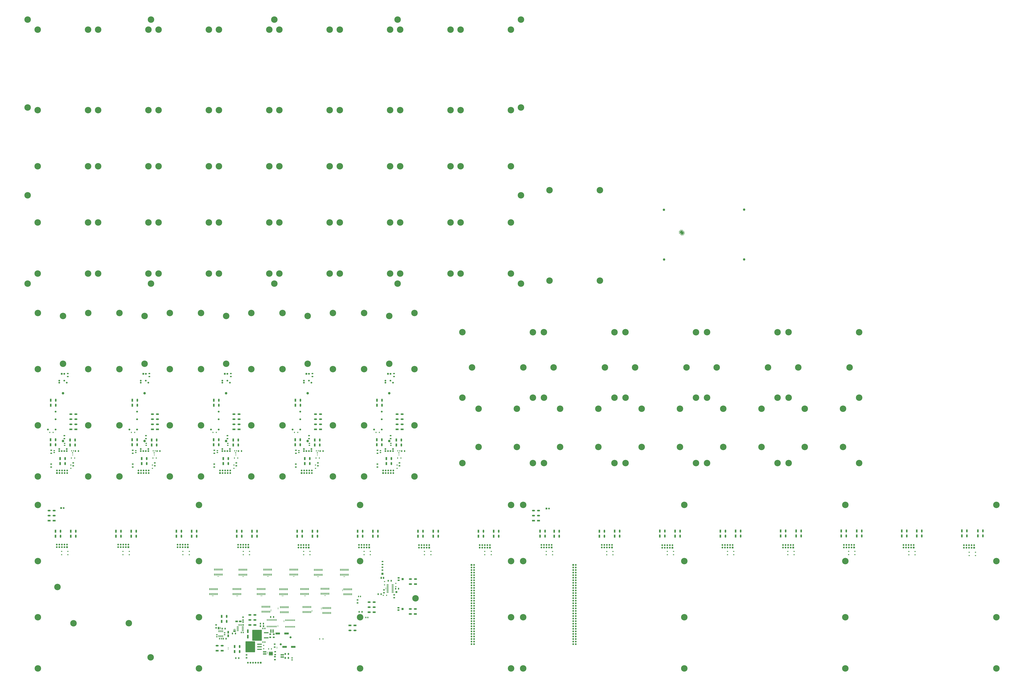
<source format=gbr>
%TF.GenerationSoftware,KiCad,Pcbnew,7.0.8*%
%TF.CreationDate,2023-11-15T12:02:35+01:00*%
%TF.ProjectId,JL,4a4c2e6b-6963-4616-945f-706362585858,rev?*%
%TF.SameCoordinates,Original*%
%TF.FileFunction,Soldermask,Top*%
%TF.FilePolarity,Negative*%
%FSLAX46Y46*%
G04 Gerber Fmt 4.6, Leading zero omitted, Abs format (unit mm)*
G04 Created by KiCad (PCBNEW 7.0.8) date 2023-11-15 12:02:35*
%MOMM*%
%LPD*%
G01*
G04 APERTURE LIST*
G04 Aperture macros list*
%AMRoundRect*
0 Rectangle with rounded corners*
0 $1 Rounding radius*
0 $2 $3 $4 $5 $6 $7 $8 $9 X,Y pos of 4 corners*
0 Add a 4 corners polygon primitive as box body*
4,1,4,$2,$3,$4,$5,$6,$7,$8,$9,$2,$3,0*
0 Add four circle primitives for the rounded corners*
1,1,$1+$1,$2,$3*
1,1,$1+$1,$4,$5*
1,1,$1+$1,$6,$7*
1,1,$1+$1,$8,$9*
0 Add four rect primitives between the rounded corners*
20,1,$1+$1,$2,$3,$4,$5,0*
20,1,$1+$1,$4,$5,$6,$7,0*
20,1,$1+$1,$6,$7,$8,$9,0*
20,1,$1+$1,$8,$9,$2,$3,0*%
%AMRotRect*
0 Rectangle, with rotation*
0 The origin of the aperture is its center*
0 $1 length*
0 $2 width*
0 $3 Rotation angle, in degrees counterclockwise*
0 Add horizontal line*
21,1,$1,$2,0,0,$3*%
G04 Aperture macros list end*
%ADD10C,2.286000*%
%ADD11RoundRect,0.062500X-0.212132X-0.300520X0.300520X0.212132X0.212132X0.300520X-0.300520X-0.212132X0*%
%ADD12RoundRect,0.062500X0.212132X-0.300520X0.300520X-0.212132X-0.212132X0.300520X-0.300520X0.212132X0*%
%ADD13RotRect,2.650000X3.650000X45.000000*%
%ADD14RoundRect,0.150000X0.150000X-0.825000X0.150000X0.825000X-0.150000X0.825000X-0.150000X-0.825000X0*%
%ADD15C,0.800000*%
%ADD16C,6.400000*%
%ADD17RoundRect,0.250000X-0.625000X0.312500X-0.625000X-0.312500X0.625000X-0.312500X0.625000X0.312500X0*%
%ADD18R,1.500000X3.000000*%
%ADD19O,1.500000X3.000000*%
%ADD20RoundRect,0.150000X-0.150000X0.825000X-0.150000X-0.825000X0.150000X-0.825000X0.150000X0.825000X0*%
%ADD21RoundRect,0.225000X0.375000X-0.225000X0.375000X0.225000X-0.375000X0.225000X-0.375000X-0.225000X0*%
%ADD22RoundRect,0.140000X0.140000X0.170000X-0.140000X0.170000X-0.140000X-0.170000X0.140000X-0.170000X0*%
%ADD23RoundRect,0.250000X0.625000X-0.312500X0.625000X0.312500X-0.625000X0.312500X-0.625000X-0.312500X0*%
%ADD24R,1.700000X1.700000*%
%ADD25O,1.700000X1.700000*%
%ADD26RoundRect,0.250000X-0.475000X0.250000X-0.475000X-0.250000X0.475000X-0.250000X0.475000X0.250000X0*%
%ADD27RoundRect,0.225000X0.225000X0.375000X-0.225000X0.375000X-0.225000X-0.375000X0.225000X-0.375000X0*%
%ADD28RoundRect,0.140000X0.170000X-0.140000X0.170000X0.140000X-0.170000X0.140000X-0.170000X-0.140000X0*%
%ADD29RoundRect,0.250001X-0.462499X-0.624999X0.462499X-0.624999X0.462499X0.624999X-0.462499X0.624999X0*%
%ADD30RoundRect,0.250000X0.475000X-0.250000X0.475000X0.250000X-0.475000X0.250000X-0.475000X-0.250000X0*%
%ADD31RoundRect,0.150000X-0.150000X0.587500X-0.150000X-0.587500X0.150000X-0.587500X0.150000X0.587500X0*%
%ADD32RoundRect,0.250000X2.050000X0.300000X-2.050000X0.300000X-2.050000X-0.300000X2.050000X-0.300000X0*%
%ADD33RoundRect,0.250002X4.449998X5.149998X-4.449998X5.149998X-4.449998X-5.149998X4.449998X-5.149998X0*%
%ADD34R,3.000000X1.500000*%
%ADD35O,3.000000X1.500000*%
%ADD36RoundRect,0.250000X-0.650000X0.412500X-0.650000X-0.412500X0.650000X-0.412500X0.650000X0.412500X0*%
%ADD37RoundRect,0.250000X1.050000X0.550000X-1.050000X0.550000X-1.050000X-0.550000X1.050000X-0.550000X0*%
%ADD38RoundRect,0.250000X-0.412500X-0.650000X0.412500X-0.650000X0.412500X0.650000X-0.412500X0.650000X0*%
%ADD39RoundRect,0.250000X0.250000X0.475000X-0.250000X0.475000X-0.250000X-0.475000X0.250000X-0.475000X0*%
%ADD40RoundRect,0.250000X0.312500X0.625000X-0.312500X0.625000X-0.312500X-0.625000X0.312500X-0.625000X0*%
%ADD41RoundRect,0.250000X-0.250000X-0.475000X0.250000X-0.475000X0.250000X0.475000X-0.250000X0.475000X0*%
%ADD42C,1.803400*%
%ADD43RoundRect,0.140000X-0.170000X0.140000X-0.170000X-0.140000X0.170000X-0.140000X0.170000X0.140000X0*%
%ADD44RoundRect,0.140000X-0.140000X-0.170000X0.140000X-0.170000X0.140000X0.170000X-0.140000X0.170000X0*%
%ADD45RoundRect,0.150000X-0.150000X0.650000X-0.150000X-0.650000X0.150000X-0.650000X0.150000X0.650000X0*%
%ADD46R,3.400000X1.300000*%
%ADD47RoundRect,0.250000X-0.312500X-0.625000X0.312500X-0.625000X0.312500X0.625000X-0.312500X0.625000X0*%
%ADD48R,2.400000X1.600000*%
%ADD49R,2.400000X0.600000*%
%ADD50R,0.500000X0.600000*%
%ADD51R,1.300000X3.400000*%
%ADD52RoundRect,0.250000X-1.950000X-0.700000X1.950000X-0.700000X1.950000X0.700000X-1.950000X0.700000X0*%
%ADD53RoundRect,0.250000X0.750000X-0.400000X0.750000X0.400000X-0.750000X0.400000X-0.750000X-0.400000X0*%
%ADD54RoundRect,0.250000X0.750000X-0.750000X0.750000X0.750000X-0.750000X0.750000X-0.750000X-0.750000X0*%
%ADD55RoundRect,0.250000X0.400000X0.750000X-0.400000X0.750000X-0.400000X-0.750000X0.400000X-0.750000X0*%
%ADD56RoundRect,0.250000X0.750000X0.750000X-0.750000X0.750000X-0.750000X-0.750000X0.750000X-0.750000X0*%
%ADD57RoundRect,0.150000X0.825000X0.150000X-0.825000X0.150000X-0.825000X-0.150000X0.825000X-0.150000X0*%
%ADD58C,2.000000*%
%ADD59RoundRect,0.225000X-0.225000X-0.375000X0.225000X-0.375000X0.225000X0.375000X-0.225000X0.375000X0*%
%ADD60RoundRect,0.250001X-0.624999X0.462499X-0.624999X-0.462499X0.624999X-0.462499X0.624999X0.462499X0*%
%ADD61RoundRect,0.250000X0.550000X-1.050000X0.550000X1.050000X-0.550000X1.050000X-0.550000X-1.050000X0*%
%ADD62RoundRect,0.225000X-0.375000X0.225000X-0.375000X-0.225000X0.375000X-0.225000X0.375000X0.225000X0*%
%ADD63R,1.600000X2.400000*%
%ADD64R,0.600000X2.400000*%
%ADD65R,0.600000X0.500000*%
%ADD66RoundRect,0.150000X-0.825000X-0.150000X0.825000X-0.150000X0.825000X0.150000X-0.825000X0.150000X0*%
%ADD67R,0.250000X0.600000*%
%ADD68R,4.000000X3.200000*%
%ADD69RoundRect,0.250000X-0.300000X-0.300000X0.300000X-0.300000X0.300000X0.300000X-0.300000X0.300000X0*%
%ADD70RoundRect,0.150000X0.150000X-0.650000X0.150000X0.650000X-0.150000X0.650000X-0.150000X-0.650000X0*%
%ADD71RoundRect,0.150000X0.200000X-0.150000X0.200000X0.150000X-0.200000X0.150000X-0.200000X-0.150000X0*%
%ADD72RoundRect,0.250000X-0.550000X1.500000X-0.550000X-1.500000X0.550000X-1.500000X0.550000X1.500000X0*%
%ADD73C,1.700000*%
%ADD74C,2.400000*%
%ADD75R,1.800000X1.800000*%
%ADD76C,1.800000*%
G04 APERTURE END LIST*
D10*
%TO.C,REF\u002A\u002A*%
X712500000Y-350250000D03*
X712700000Y-399750000D03*
X792200000Y-350150000D03*
X792200000Y-399650000D03*
D11*
X727630152Y-373132628D03*
X727983705Y-373486182D03*
X728337259Y-373839735D03*
X728690812Y-374193289D03*
X729044365Y-374546842D03*
X729397919Y-374900395D03*
X729751472Y-375253949D03*
X730105026Y-375607502D03*
D12*
X731094975Y-375607502D03*
X731448529Y-375253949D03*
X731802082Y-374900395D03*
X732155635Y-374546842D03*
X732509189Y-374193289D03*
X732862742Y-373839735D03*
D11*
X732862742Y-372849786D03*
X732509189Y-372496232D03*
X732155635Y-372142679D03*
X731802082Y-371789125D03*
X731448529Y-371435572D03*
X731094975Y-371082019D03*
X730741422Y-370728465D03*
X730387868Y-370374912D03*
D12*
X729397919Y-370374912D03*
X729044365Y-370728465D03*
X728690812Y-371082019D03*
X728337259Y-371435572D03*
X727983705Y-371789125D03*
X727630152Y-372142679D03*
D13*
X730246447Y-372991207D03*
%TD*%
D14*
%TO.C,U409*%
X315060682Y-712998023D03*
X316330682Y-712998023D03*
X317600682Y-712998023D03*
X318870682Y-712998023D03*
X320140682Y-712998023D03*
X321410682Y-712998023D03*
X322680682Y-712998023D03*
X322680682Y-708048023D03*
X321410682Y-708048023D03*
X320140682Y-708048023D03*
X318870682Y-708048023D03*
X317600682Y-708048023D03*
X316330682Y-708048023D03*
X315060682Y-708048023D03*
%TD*%
D15*
%TO.C,H152*%
X300320682Y-615373023D03*
X301023626Y-613675967D03*
X301023626Y-617070079D03*
X302720682Y-612973023D03*
D16*
X302720682Y-615373023D03*
D15*
X302720682Y-617773023D03*
X304417738Y-613675967D03*
X304417738Y-617070079D03*
X305120682Y-615373023D03*
%TD*%
%TO.C,H267*%
X822950000Y-472050000D03*
X823652944Y-470352944D03*
X823652944Y-473747056D03*
X825350000Y-469650000D03*
D16*
X825350000Y-472050000D03*
D15*
X825350000Y-474450000D03*
X827047056Y-470352944D03*
X827047056Y-473747056D03*
X827750000Y-472050000D03*
%TD*%
%TO.C,H198*%
X381320682Y-452873023D03*
X382023626Y-451175967D03*
X382023626Y-454570079D03*
X383720682Y-450473023D03*
D16*
X383720682Y-452873023D03*
D15*
X383720682Y-455273023D03*
X385417738Y-451175967D03*
X385417738Y-454570079D03*
X386120682Y-452873023D03*
%TD*%
D17*
%TO.C,R515*%
X282420682Y-513135523D03*
X282420682Y-516060523D03*
%TD*%
D18*
%TO.C,J510*%
X346470682Y-539623023D03*
X346470682Y-544623023D03*
D19*
X351470682Y-539623023D03*
X351470682Y-544623023D03*
%TD*%
D20*
%TO.C,U402*%
X361680682Y-745198023D03*
X360410682Y-745198023D03*
X359140682Y-745198023D03*
X357870682Y-745198023D03*
X356600682Y-745198023D03*
X355330682Y-745198023D03*
X354060682Y-745198023D03*
X354060682Y-750148023D03*
X355330682Y-750148023D03*
X356600682Y-750148023D03*
X357870682Y-750148023D03*
X359140682Y-750148023D03*
X360410682Y-750148023D03*
X361680682Y-750148023D03*
%TD*%
D15*
%TO.C,H187*%
X381320682Y-615373023D03*
X382023626Y-613675967D03*
X382023626Y-617070079D03*
X383720682Y-612973023D03*
D16*
X383720682Y-615373023D03*
D15*
X383720682Y-617773023D03*
X385417738Y-613675967D03*
X385417738Y-617070079D03*
X386120682Y-615373023D03*
%TD*%
D18*
%TO.C,J8*%
X888579716Y-669546648D03*
X888579716Y-674546648D03*
D19*
X893579716Y-669546648D03*
X893579716Y-674546648D03*
%TD*%
D15*
%TO.C,H108*%
X890302944Y-755346648D03*
X891005888Y-753649592D03*
X891005888Y-757043704D03*
X892702944Y-752946648D03*
D16*
X892702944Y-755346648D03*
D15*
X892702944Y-757746648D03*
X894400000Y-753649592D03*
X894400000Y-757043704D03*
X895102944Y-755346648D03*
%TD*%
%TO.C,H252*%
X741950000Y-537050000D03*
X742652944Y-535352944D03*
X742652944Y-538747056D03*
X744350000Y-534650000D03*
D16*
X744350000Y-537050000D03*
D15*
X744350000Y-539450000D03*
X746047056Y-535352944D03*
X746047056Y-538747056D03*
X746750000Y-537050000D03*
%TD*%
%TO.C,H258*%
X822950000Y-602050000D03*
X823652944Y-600352944D03*
X823652944Y-603747056D03*
X825350000Y-599650000D03*
D16*
X825350000Y-602050000D03*
D15*
X825350000Y-604450000D03*
X827047056Y-600352944D03*
X827047056Y-603747056D03*
X827750000Y-602050000D03*
%TD*%
%TO.C,H272*%
X888000000Y-586050000D03*
X888702944Y-584352944D03*
X888702944Y-587747056D03*
X890400000Y-583650000D03*
D16*
X890400000Y-586050000D03*
D15*
X890400000Y-588450000D03*
X892097056Y-584352944D03*
X892097056Y-587747056D03*
X892800000Y-586050000D03*
%TD*%
%TO.C,H235*%
X607000000Y-586050000D03*
X607702944Y-584352944D03*
X607702944Y-587747056D03*
X609400000Y-583650000D03*
D16*
X609400000Y-586050000D03*
D15*
X609400000Y-588450000D03*
X611097056Y-584352944D03*
X611097056Y-587747056D03*
X611800000Y-586050000D03*
%TD*%
%TO.C,H108*%
X88300682Y-643708023D03*
X89003626Y-642010967D03*
X89003626Y-645405079D03*
X90700682Y-641308023D03*
D16*
X90700682Y-643708023D03*
D15*
X90700682Y-646108023D03*
X92397738Y-642010967D03*
X92397738Y-645405079D03*
X93100682Y-643708023D03*
%TD*%
D14*
%TO.C,U419*%
X391240682Y-713098023D03*
X392510682Y-713098023D03*
X393780682Y-713098023D03*
X395050682Y-713098023D03*
X396320682Y-713098023D03*
X397590682Y-713098023D03*
X398860682Y-713098023D03*
X398860682Y-708148023D03*
X397590682Y-708148023D03*
X396320682Y-708148023D03*
X395050682Y-708148023D03*
X393780682Y-708148023D03*
X392510682Y-708148023D03*
X391240682Y-708148023D03*
%TD*%
D15*
%TO.C,H270*%
X903950000Y-602050000D03*
X904652944Y-600352944D03*
X904652944Y-603747056D03*
X906350000Y-599650000D03*
D16*
X906350000Y-602050000D03*
D15*
X906350000Y-604450000D03*
X908047056Y-600352944D03*
X908047056Y-603747056D03*
X908750000Y-602050000D03*
%TD*%
%TO.C,H266*%
X813500000Y-507050000D03*
X814202944Y-505352944D03*
X814202944Y-508747056D03*
X815900000Y-504650000D03*
D16*
X815900000Y-507050000D03*
D15*
X815900000Y-509450000D03*
X817597056Y-505352944D03*
X817597056Y-508747056D03*
X818300000Y-507050000D03*
%TD*%
%TO.C,H256*%
X671902944Y-471997056D03*
X672605888Y-470300000D03*
X672605888Y-473694112D03*
X674302944Y-469597056D03*
D16*
X674302944Y-471997056D03*
D15*
X674302944Y-474397056D03*
X676000000Y-470300000D03*
X676000000Y-473694112D03*
X676702944Y-471997056D03*
%TD*%
D21*
%TO.C,D128*%
X775649716Y-693169982D03*
X775649716Y-689869982D03*
%TD*%
D15*
%TO.C,H113*%
X219320682Y-564539689D03*
X220023626Y-562842633D03*
X220023626Y-566236745D03*
X221720682Y-562139689D03*
D16*
X221720682Y-564539689D03*
D15*
X221720682Y-566939689D03*
X223417738Y-562842633D03*
X223417738Y-566236745D03*
X224120682Y-564539689D03*
%TD*%
D22*
%TO.C,C403*%
X319670682Y-714748023D03*
X318710682Y-714748023D03*
%TD*%
D15*
%TO.C,H108*%
X730302944Y-643679982D03*
X731005888Y-641982926D03*
X731005888Y-645377038D03*
X732702944Y-641279982D03*
D16*
X732702944Y-643679982D03*
D15*
X732702944Y-646079982D03*
X734400000Y-641982926D03*
X734400000Y-645377038D03*
X735102944Y-643679982D03*
%TD*%
D21*
%TO.C,D101*%
X114320682Y-693198023D03*
X114320682Y-689898023D03*
%TD*%
%TO.C,D130*%
X895949716Y-693069982D03*
X895949716Y-689769982D03*
%TD*%
D18*
%TO.C,SW509*%
X265320682Y-578873023D03*
X265320682Y-583873023D03*
D19*
X270320682Y-578873023D03*
X270320682Y-583873023D03*
%TD*%
D15*
%TO.C,H108*%
X408300682Y-643708023D03*
X409003626Y-642010967D03*
X409003626Y-645405079D03*
X410700682Y-641308023D03*
D16*
X410700682Y-643708023D03*
D15*
X410700682Y-646108023D03*
X412397738Y-642010967D03*
X412397738Y-645405079D03*
X413100682Y-643708023D03*
%TD*%
D17*
%TO.C,R304*%
X408180682Y-738185523D03*
X408180682Y-741110523D03*
%TD*%
D23*
%TO.C,R513*%
X287820682Y-604823023D03*
X287820682Y-601898023D03*
%TD*%
D21*
%TO.C,D110*%
X181520682Y-693198023D03*
X181520682Y-689898023D03*
%TD*%
D15*
%TO.C,H157*%
X388150682Y-362891355D03*
X388853626Y-361194299D03*
X388853626Y-364588411D03*
X390550682Y-360491355D03*
D16*
X390550682Y-362891355D03*
D15*
X390550682Y-365291355D03*
X392247738Y-361194299D03*
X392247738Y-364588411D03*
X392950682Y-362891355D03*
%TD*%
%TO.C,H108*%
X596500000Y-420750000D03*
X597202944Y-419052944D03*
X597202944Y-422447056D03*
X598900000Y-418350000D03*
D16*
X598900000Y-420750000D03*
D15*
X598900000Y-423150000D03*
X600597056Y-419052944D03*
X600597056Y-422447056D03*
X601300000Y-420750000D03*
%TD*%
D14*
%TO.C,U413*%
X284610682Y-732298023D03*
X285880682Y-732298023D03*
X287150682Y-732298023D03*
X288420682Y-732298023D03*
X289690682Y-732298023D03*
X290960682Y-732298023D03*
X292230682Y-732298023D03*
X292230682Y-727348023D03*
X290960682Y-727348023D03*
X289690682Y-727348023D03*
X288420682Y-727348023D03*
X287150682Y-727348023D03*
X285880682Y-727348023D03*
X284610682Y-727348023D03*
%TD*%
D24*
%TO.C,J105*%
X359720682Y-686088023D03*
D25*
X359720682Y-683548023D03*
X357180682Y-686088023D03*
X357180682Y-683548023D03*
X354640682Y-686088023D03*
X354640682Y-683548023D03*
X352100682Y-686088023D03*
X352100682Y-683548023D03*
X349560682Y-686088023D03*
X349560682Y-683548023D03*
%TD*%
D26*
%TO.C,C511*%
X360320682Y-582548023D03*
X360320682Y-584448023D03*
%TD*%
D15*
%TO.C,H153*%
X378150682Y-251224689D03*
X378853626Y-249527633D03*
X378853626Y-252921745D03*
X380550682Y-248824689D03*
D16*
X380550682Y-251224689D03*
D15*
X380550682Y-253624689D03*
X382247738Y-249527633D03*
X382247738Y-252921745D03*
X382950682Y-251224689D03*
%TD*%
%TO.C,H202*%
X412320682Y-564539689D03*
X413023626Y-562842633D03*
X413023626Y-566236745D03*
X414720682Y-562139689D03*
D16*
X414720682Y-564539689D03*
D15*
X414720682Y-566939689D03*
X416417738Y-562842633D03*
X416417738Y-566236745D03*
X417120682Y-564539689D03*
%TD*%
D18*
%TO.C,J502*%
X103470682Y-539623023D03*
X103470682Y-544623023D03*
D19*
X108470682Y-539623023D03*
X108470682Y-544623023D03*
%TD*%
D15*
%TO.C,H231*%
X558150682Y-171224689D03*
X558853626Y-169527633D03*
X558853626Y-172921745D03*
X560550682Y-168824689D03*
D16*
X560550682Y-171224689D03*
D15*
X560550682Y-173624689D03*
X562247738Y-169527633D03*
X562247738Y-172921745D03*
X562950682Y-171224689D03*
%TD*%
%TO.C,H177*%
X508150682Y-362891355D03*
X508853626Y-361194299D03*
X508853626Y-364588411D03*
X510550682Y-360491355D03*
D16*
X510550682Y-362891355D03*
D15*
X510550682Y-365291355D03*
X512247738Y-361194299D03*
X512247738Y-364588411D03*
X512950682Y-362891355D03*
%TD*%
D27*
%TO.C,D125*%
X437080682Y-733548023D03*
X433780682Y-733548023D03*
%TD*%
D15*
%TO.C,H176*%
X558150682Y-413724689D03*
X558853626Y-412027633D03*
X558853626Y-415421745D03*
X560550682Y-411324689D03*
D16*
X560550682Y-413724689D03*
D15*
X560550682Y-416124689D03*
X562247738Y-412027633D03*
X562247738Y-415421745D03*
X562950682Y-413724689D03*
%TD*%
D21*
%TO.C,D109*%
X120520682Y-693198023D03*
X120520682Y-689898023D03*
%TD*%
D15*
%TO.C,H123*%
X198150682Y-251224689D03*
X198853626Y-249527633D03*
X198853626Y-252921745D03*
X200550682Y-248824689D03*
D16*
X200550682Y-251224689D03*
D15*
X200550682Y-253624689D03*
X202247738Y-249527633D03*
X202247738Y-252921745D03*
X202950682Y-251224689D03*
%TD*%
%TO.C,H161*%
X388150682Y-251224689D03*
X388853626Y-249527633D03*
X388853626Y-252921745D03*
X390550682Y-248824689D03*
D16*
X390550682Y-251224689D03*
D15*
X390550682Y-253624689D03*
X392247738Y-249527633D03*
X392247738Y-252921745D03*
X392950682Y-251224689D03*
%TD*%
%TO.C,H132*%
X194300682Y-455874689D03*
X195003626Y-454177633D03*
X195003626Y-457571745D03*
X196700682Y-453474689D03*
D16*
X196700682Y-455874689D03*
D15*
X196700682Y-458274689D03*
X198397738Y-454177633D03*
X198397738Y-457571745D03*
X199100682Y-455874689D03*
%TD*%
D18*
%TO.C,J503*%
X363410682Y-669798023D03*
X363410682Y-674798023D03*
D19*
X368410682Y-669798023D03*
X368410682Y-674798023D03*
%TD*%
D15*
%TO.C,H136*%
X318150682Y-413724689D03*
X318853626Y-412027633D03*
X318853626Y-415421745D03*
X320550682Y-411324689D03*
D16*
X320550682Y-413724689D03*
D15*
X320550682Y-416124689D03*
X322247738Y-412027633D03*
X322247738Y-415421745D03*
X322950682Y-413724689D03*
%TD*%
%TO.C,H108*%
X248300682Y-643708023D03*
X249003626Y-642010967D03*
X249003626Y-645405079D03*
X250700682Y-641308023D03*
D16*
X250700682Y-643708023D03*
D15*
X250700682Y-646108023D03*
X252397738Y-642010967D03*
X252397738Y-645405079D03*
X253100682Y-643708023D03*
%TD*%
%TO.C,H204*%
X412320682Y-508706356D03*
X413023626Y-507009300D03*
X413023626Y-510403412D03*
X414720682Y-506306356D03*
D16*
X414720682Y-508706356D03*
D15*
X414720682Y-511106356D03*
X416417738Y-507009300D03*
X416417738Y-510403412D03*
X417120682Y-508706356D03*
%TD*%
%TO.C,H236*%
X645000000Y-586050000D03*
X645702944Y-584352944D03*
X645702944Y-587747056D03*
X647400000Y-583650000D03*
D16*
X647400000Y-586050000D03*
D15*
X647400000Y-588450000D03*
X649097056Y-584352944D03*
X649097056Y-587747056D03*
X649800000Y-586050000D03*
%TD*%
%TO.C,H240*%
X660950000Y-537050000D03*
X661652944Y-535352944D03*
X661652944Y-538747056D03*
X663350000Y-534650000D03*
D16*
X663350000Y-537050000D03*
D15*
X663350000Y-539450000D03*
X665047056Y-535352944D03*
X665047056Y-538747056D03*
X665750000Y-537050000D03*
%TD*%
%TO.C,H215*%
X323121872Y-161229689D03*
X323824816Y-159532633D03*
X323824816Y-162926745D03*
X325521872Y-158829689D03*
D16*
X325521872Y-161229689D03*
D15*
X325521872Y-163629689D03*
X327218928Y-159532633D03*
X327218928Y-162926745D03*
X327921872Y-161229689D03*
%TD*%
%TO.C,H108*%
X564000000Y-586050000D03*
X564702944Y-584352944D03*
X564702944Y-587747056D03*
X566400000Y-583650000D03*
D16*
X566400000Y-586050000D03*
D15*
X566400000Y-588450000D03*
X568097056Y-584352944D03*
X568097056Y-587747056D03*
X568800000Y-586050000D03*
%TD*%
D28*
%TO.C,C504*%
X206320682Y-594378023D03*
X206320682Y-593418023D03*
%TD*%
D18*
%TO.C,J15*%
X648429716Y-669846648D03*
X648429716Y-674846648D03*
D19*
X653429716Y-669846648D03*
X653429716Y-674846648D03*
%TD*%
D29*
%TO.C,D204*%
X311798182Y-764223023D03*
X314773182Y-764223023D03*
%TD*%
D15*
%TO.C,H191*%
X568121872Y-335896355D03*
X568824816Y-334199299D03*
X568824816Y-337593411D03*
X570521872Y-333496355D03*
D16*
X570521872Y-335896355D03*
D15*
X570521872Y-338296355D03*
X572218928Y-334199299D03*
X572218928Y-337593411D03*
X572921872Y-335896355D03*
%TD*%
D30*
%TO.C,C205*%
X343160682Y-797748023D03*
X343160682Y-795848023D03*
%TD*%
D15*
%TO.C,H162*%
X300320682Y-564539689D03*
X301023626Y-562842633D03*
X301023626Y-566236745D03*
X302720682Y-562139689D03*
D16*
X302720682Y-564539689D03*
D15*
X302720682Y-566939689D03*
X304417738Y-562842633D03*
X304417738Y-566236745D03*
X305120682Y-564539689D03*
%TD*%
%TO.C,H229*%
X498150682Y-171224689D03*
X498853626Y-169527633D03*
X498853626Y-172921745D03*
X500550682Y-168824689D03*
D16*
X500550682Y-171224689D03*
D15*
X500550682Y-173624689D03*
X502247738Y-169527633D03*
X502247738Y-172921745D03*
X502950682Y-171224689D03*
%TD*%
D31*
%TO.C,Q502*%
X207170682Y-589935523D03*
X205270682Y-589935523D03*
X206220682Y-591810523D03*
%TD*%
D15*
%TO.C,H222*%
X268150682Y-171224689D03*
X268853626Y-169527633D03*
X268853626Y-172921745D03*
X270550682Y-168824689D03*
D16*
X270550682Y-171224689D03*
D15*
X270550682Y-173624689D03*
X272247738Y-169527633D03*
X272247738Y-172921745D03*
X272950682Y-171224689D03*
%TD*%
%TO.C,H185*%
X300320682Y-452873023D03*
X301023626Y-451175967D03*
X301023626Y-454570079D03*
X302720682Y-450473023D03*
D16*
X302720682Y-452873023D03*
D15*
X302720682Y-455273023D03*
X304417738Y-451175967D03*
X304417738Y-454570079D03*
X305120682Y-452873023D03*
%TD*%
D21*
%TO.C,D129*%
X902149716Y-693069982D03*
X902149716Y-689769982D03*
%TD*%
D32*
%TO.C,U202*%
X317510682Y-775838023D03*
D33*
X308360682Y-773298023D03*
D32*
X317510682Y-770758023D03*
%TD*%
D34*
%TO.C,J120*%
X460580682Y-752135523D03*
X465580682Y-752135523D03*
D35*
X460580682Y-747135523D03*
X465580682Y-747135523D03*
%TD*%
D18*
%TO.C,SW514*%
X446720682Y-579123023D03*
X446720682Y-584123023D03*
D19*
X451720682Y-579123023D03*
X451720682Y-584123023D03*
%TD*%
D15*
%TO.C,H143*%
X318150682Y-251224689D03*
X318853626Y-249527633D03*
X318853626Y-252921745D03*
X320550682Y-248824689D03*
D16*
X320550682Y-251224689D03*
D15*
X320550682Y-253624689D03*
X322247738Y-249527633D03*
X322247738Y-252921745D03*
X322950682Y-251224689D03*
%TD*%
D21*
%TO.C,D118*%
X715849716Y-693169982D03*
X715849716Y-689869982D03*
%TD*%
%TO.C,D107*%
X474620682Y-693198023D03*
X474620682Y-689898023D03*
%TD*%
D24*
%TO.C,J109*%
X600949716Y-686019982D03*
D25*
X600949716Y-683479982D03*
X598409716Y-686019982D03*
X598409716Y-683479982D03*
X595869716Y-686019982D03*
X595869716Y-683479982D03*
X593329716Y-686019982D03*
X593329716Y-683479982D03*
X590789716Y-686019982D03*
X590789716Y-683479982D03*
%TD*%
D15*
%TO.C,H247*%
X688000000Y-586050000D03*
X688702944Y-584352944D03*
X688702944Y-587747056D03*
X690400000Y-583650000D03*
D16*
X690400000Y-586050000D03*
D15*
X690400000Y-588450000D03*
X692097056Y-584352944D03*
X692097056Y-587747056D03*
X692800000Y-586050000D03*
%TD*%
D22*
%TO.C,C410*%
X289160682Y-734174689D03*
X288200682Y-734174689D03*
%TD*%
D15*
%TO.C,H200*%
X412320682Y-615373023D03*
X413023626Y-613675967D03*
X413023626Y-617070079D03*
X414720682Y-612973023D03*
D16*
X414720682Y-615373023D03*
D15*
X414720682Y-617773023D03*
X416417738Y-613675967D03*
X416417738Y-617070079D03*
X417120682Y-615373023D03*
%TD*%
%TO.C,H194*%
X78121872Y-423729689D03*
X78824816Y-422032633D03*
X78824816Y-425426745D03*
X80521872Y-421329689D03*
D16*
X80521872Y-423729689D03*
D15*
X80521872Y-426129689D03*
X82218928Y-422032633D03*
X82218928Y-425426745D03*
X82921872Y-423729689D03*
%TD*%
%TO.C,H108*%
X88320682Y-452873023D03*
X89023626Y-451175967D03*
X89023626Y-454570079D03*
X90720682Y-450473023D03*
D16*
X90720682Y-452873023D03*
D15*
X90720682Y-455273023D03*
X92417738Y-451175967D03*
X92417738Y-454570079D03*
X93120682Y-452873023D03*
%TD*%
%TO.C,H108*%
X579950000Y-602050000D03*
X580652944Y-600352944D03*
X580652944Y-603747056D03*
X582350000Y-599650000D03*
D16*
X582350000Y-602050000D03*
D15*
X582350000Y-604450000D03*
X584047056Y-600352944D03*
X584047056Y-603747056D03*
X584750000Y-602050000D03*
%TD*%
D36*
%TO.C,C209*%
X321485682Y-772173023D03*
X321485682Y-775298023D03*
%TD*%
D15*
%TO.C,H226*%
X388150682Y-171224689D03*
X388853626Y-169527633D03*
X388853626Y-172921745D03*
X390550682Y-168824689D03*
D16*
X390550682Y-171224689D03*
D15*
X390550682Y-173624689D03*
X392247738Y-169527633D03*
X392247738Y-172921745D03*
X392950682Y-171224689D03*
%TD*%
%TO.C,H244*%
X590902944Y-471997056D03*
X591605888Y-470300000D03*
X591605888Y-473694112D03*
X593302944Y-469597056D03*
D16*
X593302944Y-471997056D03*
D15*
X593302944Y-474397056D03*
X595000000Y-470300000D03*
X595000000Y-473694112D03*
X595702944Y-471997056D03*
%TD*%
D18*
%TO.C,J7*%
X903979716Y-669546648D03*
X903979716Y-674546648D03*
D19*
X908979716Y-669546648D03*
X908979716Y-674546648D03*
%TD*%
D24*
%TO.C,J104*%
X299780682Y-685788023D03*
D25*
X299780682Y-683248023D03*
X297240682Y-685788023D03*
X297240682Y-683248023D03*
X294700682Y-685788023D03*
X294700682Y-683248023D03*
X292160682Y-685788023D03*
X292160682Y-683248023D03*
X289620682Y-685788023D03*
X289620682Y-683248023D03*
%TD*%
D32*
%TO.C,Q201*%
X310810682Y-787263023D03*
X310810682Y-784723023D03*
D33*
X301660682Y-784723023D03*
D32*
X310810682Y-782183023D03*
%TD*%
D20*
%TO.C,U405*%
X320980682Y-744898023D03*
X319710682Y-744898023D03*
X318440682Y-744898023D03*
X317170682Y-744898023D03*
X315900682Y-744898023D03*
X314630682Y-744898023D03*
X313360682Y-744898023D03*
X313360682Y-749848023D03*
X314630682Y-749848023D03*
X315900682Y-749848023D03*
X317170682Y-749848023D03*
X318440682Y-749848023D03*
X319710682Y-749848023D03*
X320980682Y-749848023D03*
%TD*%
D15*
%TO.C,H163*%
X250320682Y-508706356D03*
X251023626Y-507009300D03*
X251023626Y-510403412D03*
X252720682Y-506306356D03*
D16*
X252720682Y-508706356D03*
D15*
X252720682Y-511106356D03*
X254417738Y-507009300D03*
X254417738Y-510403412D03*
X255120682Y-508706356D03*
%TD*%
%TO.C,H224*%
X328150682Y-171224689D03*
X328853626Y-169527633D03*
X328853626Y-172921745D03*
X330550682Y-168824689D03*
D16*
X330550682Y-171224689D03*
D15*
X330550682Y-173624689D03*
X332247738Y-169527633D03*
X332247738Y-172921745D03*
X332950682Y-171224689D03*
%TD*%
D18*
%TO.C,J2*%
X589479716Y-669746648D03*
X589479716Y-674746648D03*
D19*
X594479716Y-669746648D03*
X594479716Y-674746648D03*
%TD*%
D30*
%TO.C,C515*%
X430970682Y-591623023D03*
X430970682Y-589723023D03*
%TD*%
D15*
%TO.C,H150*%
X378150682Y-307058022D03*
X378853626Y-305360966D03*
X378853626Y-308755078D03*
X380550682Y-304658022D03*
D16*
X380550682Y-307058022D03*
D15*
X380550682Y-309458022D03*
X382247738Y-305360966D03*
X382247738Y-308755078D03*
X382950682Y-307058022D03*
%TD*%
%TO.C,H126*%
X258150682Y-413724689D03*
X258853626Y-412027633D03*
X258853626Y-415421745D03*
X260550682Y-411324689D03*
D16*
X260550682Y-413724689D03*
D15*
X260550682Y-416124689D03*
X262247738Y-412027633D03*
X262247738Y-415421745D03*
X262950682Y-413724689D03*
%TD*%
D34*
%TO.C,J202*%
X101890682Y-659358023D03*
X106890682Y-659358023D03*
D35*
X101890682Y-654358023D03*
X106890682Y-654358023D03*
X101890682Y-649358023D03*
X106890682Y-649358023D03*
%TD*%
D15*
%TO.C,H108*%
X408300682Y-699541356D03*
X409003626Y-697844300D03*
X409003626Y-701238412D03*
X410700682Y-697141356D03*
D16*
X410700682Y-699541356D03*
D15*
X410700682Y-701941356D03*
X412397738Y-697844300D03*
X412397738Y-701238412D03*
X413100682Y-699541356D03*
%TD*%
%TO.C,H108*%
X890302944Y-806179982D03*
X891005888Y-804482926D03*
X891005888Y-807877038D03*
X892702944Y-803779982D03*
D16*
X892702944Y-806179982D03*
D15*
X892702944Y-808579982D03*
X894400000Y-804482926D03*
X894400000Y-807877038D03*
X895102944Y-806179982D03*
%TD*%
D37*
%TO.C,C303*%
X291735682Y-759510523D03*
X288135682Y-759510523D03*
%TD*%
D38*
%TO.C,C207*%
X336410682Y-791798023D03*
X339535682Y-791798023D03*
%TD*%
D15*
%TO.C,H108*%
X730302944Y-806179982D03*
X731005888Y-804482926D03*
X731005888Y-807877038D03*
X732702944Y-803779982D03*
D16*
X732702944Y-806179982D03*
D15*
X732702944Y-808579982D03*
X734400000Y-804482926D03*
X734400000Y-807877038D03*
X735102944Y-806179982D03*
%TD*%
%TO.C,H165*%
X448150682Y-413724689D03*
X448853626Y-412027633D03*
X448853626Y-415421745D03*
X450550682Y-411324689D03*
D16*
X450550682Y-413724689D03*
D15*
X450550682Y-416124689D03*
X452247738Y-412027633D03*
X452247738Y-415421745D03*
X452950682Y-413724689D03*
%TD*%
%TO.C,H193*%
X381320682Y-508706356D03*
X382023626Y-507009300D03*
X382023626Y-510403412D03*
X383720682Y-506306356D03*
D16*
X383720682Y-508706356D03*
D15*
X383720682Y-511106356D03*
X385417738Y-507009300D03*
X385417738Y-510403412D03*
X386120682Y-508706356D03*
%TD*%
D21*
%TO.C,D132*%
X955749716Y-693269982D03*
X955749716Y-689969982D03*
%TD*%
D39*
%TO.C,C202*%
X316185682Y-780048023D03*
X314285682Y-780048023D03*
%TD*%
D24*
%TO.C,J1*%
X311980682Y-800574689D03*
D25*
X309440682Y-800574689D03*
X306900682Y-800574689D03*
X304360682Y-800574689D03*
X301820682Y-800574689D03*
X299280682Y-800574689D03*
%TD*%
D21*
%TO.C,D105*%
X354720682Y-693198023D03*
X354720682Y-689898023D03*
%TD*%
D15*
%TO.C,H186*%
X331320682Y-615373023D03*
X332023626Y-613675967D03*
X332023626Y-617070079D03*
X333720682Y-612973023D03*
D16*
X333720682Y-615373023D03*
D15*
X333720682Y-617773023D03*
X335417738Y-613675967D03*
X335417738Y-617070079D03*
X336120682Y-615373023D03*
%TD*%
D21*
%TO.C,D134*%
X1021949716Y-694069982D03*
X1021949716Y-690769982D03*
%TD*%
%TO.C,D102*%
X175220682Y-693198023D03*
X175220682Y-689898023D03*
%TD*%
D15*
%TO.C,H146*%
X378150682Y-413724689D03*
X378853626Y-412027633D03*
X378853626Y-415421745D03*
X380550682Y-411324689D03*
D16*
X380550682Y-413724689D03*
D15*
X380550682Y-416124689D03*
X382247738Y-412027633D03*
X382247738Y-415421745D03*
X382950682Y-413724689D03*
%TD*%
D38*
%TO.C,C206*%
X336410682Y-795798023D03*
X339535682Y-795798023D03*
%TD*%
D34*
%TO.C,U505*%
X447470682Y-568523023D03*
X452470682Y-568523023D03*
D35*
X447470682Y-563523023D03*
X452470682Y-563523023D03*
X447470682Y-558523023D03*
X452470682Y-558523023D03*
X447470682Y-553523023D03*
X452470682Y-553523023D03*
%TD*%
D34*
%TO.C,U504*%
X366470682Y-568523023D03*
X371470682Y-568523023D03*
D35*
X366470682Y-563523023D03*
X371470682Y-563523023D03*
X366470682Y-558523023D03*
X371470682Y-558523023D03*
X366470682Y-553523023D03*
X371470682Y-553523023D03*
%TD*%
D15*
%TO.C,H108*%
X1040302944Y-806179982D03*
X1041005888Y-804482926D03*
X1041005888Y-807877038D03*
X1042702944Y-803779982D03*
D16*
X1042702944Y-806179982D03*
D15*
X1042702944Y-808579982D03*
X1044400000Y-804482926D03*
X1044400000Y-807877038D03*
X1045102944Y-806179982D03*
%TD*%
%TO.C,H135*%
X268150682Y-413724689D03*
X268853626Y-412027633D03*
X268853626Y-415421745D03*
X270550682Y-411324689D03*
D16*
X270550682Y-413724689D03*
D15*
X270550682Y-416124689D03*
X272247738Y-412027633D03*
X272247738Y-415421745D03*
X272950682Y-413724689D03*
%TD*%
D18*
%TO.C,J503*%
X423410682Y-669798023D03*
X423410682Y-674798023D03*
D19*
X428410682Y-669798023D03*
X428410682Y-674798023D03*
%TD*%
D18*
%TO.C,J504*%
X528260682Y-669798023D03*
X528260682Y-674798023D03*
D19*
X533260682Y-669798023D03*
X533260682Y-674798023D03*
%TD*%
D15*
%TO.C,H166*%
X498150682Y-413724689D03*
X498853626Y-412027633D03*
X498853626Y-415421745D03*
X500550682Y-411324689D03*
D16*
X500550682Y-413724689D03*
D15*
X500550682Y-416124689D03*
X502247738Y-412027633D03*
X502247738Y-415421745D03*
X502950682Y-413724689D03*
%TD*%
%TO.C,H108*%
X138150682Y-362891355D03*
X138853626Y-361194299D03*
X138853626Y-364588411D03*
X140550682Y-360491355D03*
D16*
X140550682Y-362891355D03*
D15*
X140550682Y-365291355D03*
X142247738Y-361194299D03*
X142247738Y-364588411D03*
X142950682Y-362891355D03*
%TD*%
%TO.C,H108*%
X570302944Y-643679982D03*
X571005888Y-641982926D03*
X571005888Y-645377038D03*
X572702944Y-641279982D03*
D16*
X572702944Y-643679982D03*
D15*
X572702944Y-646079982D03*
X574400000Y-641982926D03*
X574400000Y-645377038D03*
X575102944Y-643679982D03*
%TD*%
D18*
%TO.C,SW505*%
X203720682Y-579123023D03*
X203720682Y-584123023D03*
D19*
X208720682Y-579123023D03*
X208720682Y-584123023D03*
%TD*%
D15*
%TO.C,H171*%
X448150682Y-251224689D03*
X448853626Y-249527633D03*
X448853626Y-252921745D03*
X450550682Y-248824689D03*
D16*
X450550682Y-251224689D03*
D15*
X450550682Y-253624689D03*
X452247738Y-249527633D03*
X452247738Y-252921745D03*
X452950682Y-251224689D03*
%TD*%
D40*
%TO.C,R201*%
X290235682Y-795948023D03*
X287310682Y-795948023D03*
%TD*%
D15*
%TO.C,H108*%
X526000000Y-548050000D03*
X526702944Y-546352944D03*
X526702944Y-549747056D03*
X528400000Y-545650000D03*
D16*
X528400000Y-548050000D03*
D15*
X528400000Y-550450000D03*
X530097056Y-546352944D03*
X530097056Y-549747056D03*
X530800000Y-548050000D03*
%TD*%
D31*
%TO.C,Q505*%
X450170682Y-589935523D03*
X448270682Y-589935523D03*
X449220682Y-591810523D03*
%TD*%
%TO.C,Q504*%
X369170682Y-589935523D03*
X367270682Y-589935523D03*
X368220682Y-591810523D03*
%TD*%
D15*
%TO.C,H108*%
X248300682Y-806208023D03*
X249003626Y-804510967D03*
X249003626Y-807905079D03*
X250700682Y-803808023D03*
D16*
X250700682Y-806208023D03*
D15*
X250700682Y-808608023D03*
X252397738Y-804510967D03*
X252397738Y-807905079D03*
X253100682Y-806208023D03*
%TD*%
%TO.C,H108*%
X564000000Y-548050000D03*
X564702944Y-546352944D03*
X564702944Y-549747056D03*
X566400000Y-545650000D03*
D16*
X566400000Y-548050000D03*
D15*
X566400000Y-550450000D03*
X568097056Y-546352944D03*
X568097056Y-549747056D03*
X568800000Y-548050000D03*
%TD*%
D18*
%TO.C,J503*%
X543410682Y-669798023D03*
X543410682Y-674798023D03*
D19*
X548410682Y-669798023D03*
X548410682Y-674798023D03*
%TD*%
D15*
%TO.C,H108*%
X408300682Y-755374689D03*
X409003626Y-753677633D03*
X409003626Y-757071745D03*
X410700682Y-752974689D03*
D16*
X410700682Y-755374689D03*
D15*
X410700682Y-757774689D03*
X412397738Y-753677633D03*
X412397738Y-757071745D03*
X413100682Y-755374689D03*
%TD*%
D21*
%TO.C,D126*%
X446180682Y-724948023D03*
X446180682Y-721648023D03*
%TD*%
%TO.C,D112*%
X300920682Y-693198023D03*
X300920682Y-689898023D03*
%TD*%
D23*
%TO.C,R520*%
X346900682Y-606048023D03*
X346900682Y-603123023D03*
%TD*%
D18*
%TO.C,SW515*%
X427320682Y-578873023D03*
X427320682Y-583873023D03*
D19*
X432320682Y-578873023D03*
X432320682Y-583873023D03*
%TD*%
D41*
%TO.C,C306*%
X416520682Y-755578023D03*
X418420682Y-755578023D03*
%TD*%
D42*
%TO.C,K502*%
X189280682Y-568763023D03*
X181660682Y-568763023D03*
X189280682Y-558603023D03*
X189280682Y-550983023D03*
%TD*%
D27*
%TO.C,D507*%
X208270682Y-597098023D03*
X204970682Y-597098023D03*
%TD*%
D15*
%TO.C,H122*%
X219320682Y-508706356D03*
X220023626Y-507009300D03*
X220023626Y-510403412D03*
X221720682Y-506306356D03*
D16*
X221720682Y-508706356D03*
D15*
X221720682Y-511106356D03*
X223417738Y-507009300D03*
X223417738Y-510403412D03*
X224120682Y-508706356D03*
%TD*%
%TO.C,H108*%
X138150682Y-251224689D03*
X138853626Y-249527633D03*
X138853626Y-252921745D03*
X140550682Y-248824689D03*
D16*
X140550682Y-251224689D03*
D15*
X140550682Y-253624689D03*
X142247738Y-249527633D03*
X142247738Y-252921745D03*
X142950682Y-251224689D03*
%TD*%
D40*
%TO.C,R103*%
X441630682Y-719098023D03*
X438705682Y-719098023D03*
%TD*%
D22*
%TO.C,C419*%
X395520682Y-714948023D03*
X394560682Y-714948023D03*
%TD*%
D18*
%TO.C,SW201*%
X286085682Y-784448023D03*
X286085682Y-789448023D03*
D19*
X291085682Y-784448023D03*
X291085682Y-789448023D03*
%TD*%
D15*
%TO.C,H184*%
X250320682Y-452873023D03*
X251023626Y-451175967D03*
X251023626Y-454570079D03*
X252720682Y-450473023D03*
D16*
X252720682Y-452873023D03*
D15*
X252720682Y-455273023D03*
X254417738Y-451175967D03*
X254417738Y-454570079D03*
X255120682Y-452873023D03*
%TD*%
%TO.C,H151*%
X328150682Y-251224689D03*
X328853626Y-249527633D03*
X328853626Y-252921745D03*
X330550682Y-248824689D03*
D16*
X330550682Y-251224689D03*
D15*
X330550682Y-253624689D03*
X332247738Y-249527633D03*
X332247738Y-252921745D03*
X332950682Y-251224689D03*
%TD*%
%TO.C,H208*%
X412320682Y-452873023D03*
X413023626Y-451175967D03*
X413023626Y-454570079D03*
X414720682Y-450473023D03*
D16*
X414720682Y-452873023D03*
D15*
X414720682Y-455273023D03*
X416417738Y-451175967D03*
X416417738Y-454570079D03*
X417120682Y-452873023D03*
%TD*%
D18*
%TO.C,J17*%
X708429716Y-669646648D03*
X708429716Y-674646648D03*
D19*
X713429716Y-669646648D03*
X713429716Y-674646648D03*
%TD*%
D15*
%TO.C,H108*%
X138320682Y-452873023D03*
X139023626Y-451175967D03*
X139023626Y-454570079D03*
X140720682Y-450473023D03*
D16*
X140720682Y-452873023D03*
D15*
X140720682Y-455273023D03*
X142417738Y-451175967D03*
X142417738Y-454570079D03*
X143120682Y-452873023D03*
%TD*%
D43*
%TO.C,C201*%
X328160682Y-785150523D03*
X328160682Y-786110523D03*
%TD*%
D15*
%TO.C,H263*%
X752950000Y-537050000D03*
X753652944Y-535352944D03*
X753652944Y-538747056D03*
X755350000Y-534650000D03*
D16*
X755350000Y-537050000D03*
D15*
X755350000Y-539450000D03*
X757047056Y-535352944D03*
X757047056Y-538747056D03*
X757750000Y-537050000D03*
%TD*%
D18*
%TO.C,J3*%
X1024279716Y-669446648D03*
X1024279716Y-674446648D03*
D19*
X1029279716Y-669446648D03*
X1029279716Y-674446648D03*
%TD*%
D22*
%TO.C,C415*%
X270320682Y-714748023D03*
X269360682Y-714748023D03*
%TD*%
D39*
%TO.C,C204*%
X316135682Y-766548023D03*
X314235682Y-766548023D03*
%TD*%
D15*
%TO.C,H111*%
X219320682Y-615373023D03*
X220023626Y-613675967D03*
X220023626Y-617070079D03*
X221720682Y-612973023D03*
D16*
X221720682Y-615373023D03*
D15*
X221720682Y-617773023D03*
X223417738Y-613675967D03*
X223417738Y-617070079D03*
X224120682Y-615373023D03*
%TD*%
D21*
%TO.C,D103*%
X234720682Y-693198023D03*
X234720682Y-689898023D03*
%TD*%
D24*
%TO.C,J117*%
X521380682Y-703378023D03*
D25*
X523920682Y-703378023D03*
X521380682Y-705918023D03*
X523920682Y-705918023D03*
X521380682Y-708458023D03*
X523920682Y-708458023D03*
X521380682Y-710998023D03*
X523920682Y-710998023D03*
X521380682Y-713538023D03*
X523920682Y-713538023D03*
X521380682Y-716078023D03*
X523920682Y-716078023D03*
X521380682Y-718618023D03*
X523920682Y-718618023D03*
X521380682Y-721158023D03*
X523920682Y-721158023D03*
X521380682Y-723698023D03*
X523920682Y-723698023D03*
X521380682Y-726238023D03*
X523920682Y-726238023D03*
X521380682Y-728778023D03*
X523920682Y-728778023D03*
X521380682Y-731318023D03*
X523920682Y-731318023D03*
X521380682Y-733858023D03*
X523920682Y-733858023D03*
X521380682Y-736398023D03*
X523920682Y-736398023D03*
X521380682Y-738938023D03*
X523920682Y-738938023D03*
X521380682Y-741478023D03*
X523920682Y-741478023D03*
X521380682Y-744018023D03*
X523920682Y-744018023D03*
X521380682Y-746558023D03*
X523920682Y-746558023D03*
X521380682Y-749098023D03*
X523920682Y-749098023D03*
X521380682Y-751638023D03*
X523920682Y-751638023D03*
X521380682Y-754178023D03*
X523920682Y-754178023D03*
X521380682Y-756718023D03*
X523920682Y-756718023D03*
X521380682Y-759258023D03*
X523920682Y-759258023D03*
X521380682Y-761798023D03*
X523920682Y-761798023D03*
X521380682Y-764338023D03*
X523920682Y-764338023D03*
X521380682Y-766878023D03*
X523920682Y-766878023D03*
X521380682Y-769418023D03*
X523920682Y-769418023D03*
X521380682Y-771958023D03*
X523920682Y-771958023D03*
X521380682Y-774498023D03*
X523920682Y-774498023D03*
X521380682Y-777038023D03*
X523920682Y-777038023D03*
X521380682Y-779578023D03*
X523920682Y-779578023D03*
X521380682Y-782118023D03*
X523920682Y-782118023D03*
%TD*%
D18*
%TO.C,SW508*%
X284720682Y-579123023D03*
X284720682Y-584123023D03*
D19*
X289720682Y-579123023D03*
X289720682Y-584123023D03*
%TD*%
D15*
%TO.C,H190*%
X381320682Y-564539689D03*
X382023626Y-562842633D03*
X382023626Y-566236745D03*
X383720682Y-562139689D03*
D16*
X383720682Y-564539689D03*
D15*
X383720682Y-566939689D03*
X385417738Y-562842633D03*
X385417738Y-566236745D03*
X386120682Y-564539689D03*
%TD*%
D17*
%TO.C,R527*%
X444420682Y-513135523D03*
X444420682Y-516060523D03*
%TD*%
D15*
%TO.C,H225*%
X378150682Y-171224689D03*
X378853626Y-169527633D03*
X378853626Y-172921745D03*
X380550682Y-168824689D03*
D16*
X380550682Y-171224689D03*
D15*
X380550682Y-173624689D03*
X382247738Y-169527633D03*
X382247738Y-172921745D03*
X382950682Y-171224689D03*
%TD*%
%TO.C,H237*%
X607000000Y-548050000D03*
X607702944Y-546352944D03*
X607702944Y-549747056D03*
X609400000Y-545650000D03*
D16*
X609400000Y-548050000D03*
D15*
X609400000Y-550450000D03*
X611097056Y-546352944D03*
X611097056Y-549747056D03*
X611800000Y-548050000D03*
%TD*%
%TO.C,H178*%
X558150682Y-362891355D03*
X558853626Y-361194299D03*
X558853626Y-364588411D03*
X560550682Y-360491355D03*
D16*
X560550682Y-362891355D03*
D15*
X560550682Y-365291355D03*
X562247738Y-361194299D03*
X562247738Y-364588411D03*
X562950682Y-362891355D03*
%TD*%
%TO.C,H201*%
X462320682Y-615373023D03*
X463023626Y-613675967D03*
X463023626Y-617070079D03*
X464720682Y-612973023D03*
D16*
X464720682Y-615373023D03*
D15*
X464720682Y-617773023D03*
X466417738Y-613675967D03*
X466417738Y-617070079D03*
X467120682Y-615373023D03*
%TD*%
D41*
%TO.C,C304*%
X290585682Y-763010523D03*
X292485682Y-763010523D03*
%TD*%
D18*
%TO.C,SW302*%
X273225682Y-754500523D03*
X273225682Y-759500523D03*
D19*
X278225682Y-754500523D03*
X278225682Y-759500523D03*
%TD*%
D23*
%TO.C,R501*%
X125820682Y-604823023D03*
X125820682Y-601898023D03*
%TD*%
D44*
%TO.C,C416*%
X333300682Y-734148023D03*
X334260682Y-734148023D03*
%TD*%
D34*
%TO.C,U501*%
X123470682Y-568523023D03*
X128470682Y-568523023D03*
D35*
X123470682Y-563523023D03*
X128470682Y-563523023D03*
X123470682Y-558523023D03*
X128470682Y-558523023D03*
X123470682Y-553523023D03*
X128470682Y-553523023D03*
%TD*%
D17*
%TO.C,R106*%
X434430682Y-728123023D03*
X434430682Y-731048023D03*
%TD*%
D15*
%TO.C,H239*%
X590950000Y-537050000D03*
X591652944Y-535352944D03*
X591652944Y-538747056D03*
X593350000Y-534650000D03*
D16*
X593350000Y-537050000D03*
D15*
X593350000Y-539450000D03*
X595047056Y-535352944D03*
X595047056Y-538747056D03*
X595750000Y-537050000D03*
%TD*%
D18*
%TO.C,J503*%
X483410682Y-669798023D03*
X483410682Y-674798023D03*
D19*
X488410682Y-669798023D03*
X488410682Y-674798023D03*
%TD*%
D15*
%TO.C,H158*%
X438150682Y-362891355D03*
X438853626Y-361194299D03*
X438853626Y-364588411D03*
X440550682Y-360491355D03*
D16*
X440550682Y-362891355D03*
D15*
X440550682Y-365291355D03*
X442247738Y-361194299D03*
X442247738Y-364588411D03*
X442950682Y-362891355D03*
%TD*%
D26*
%TO.C,C505*%
X198320682Y-582548023D03*
X198320682Y-584448023D03*
%TD*%
D17*
%TO.C,R521*%
X363420682Y-513135523D03*
X363420682Y-516060523D03*
%TD*%
D23*
%TO.C,R523*%
X346970682Y-592348023D03*
X346970682Y-589423023D03*
%TD*%
D14*
%TO.C,U407*%
X373850682Y-751123023D03*
X375120682Y-751123023D03*
X376390682Y-751123023D03*
X377660682Y-751123023D03*
X378930682Y-751123023D03*
X380200682Y-751123023D03*
X381470682Y-751123023D03*
X381470682Y-746173023D03*
X380200682Y-746173023D03*
X378930682Y-746173023D03*
X377660682Y-746173023D03*
X376390682Y-746173023D03*
X375120682Y-746173023D03*
X373850682Y-746173023D03*
%TD*%
D18*
%TO.C,SW504*%
X193820682Y-597623023D03*
X193820682Y-602623023D03*
D19*
X198820682Y-597623023D03*
X198820682Y-602623023D03*
%TD*%
D45*
%TO.C,U404*%
X327430682Y-758048023D03*
X326160682Y-758048023D03*
X324890682Y-758048023D03*
X323620682Y-758048023D03*
X322350682Y-758048023D03*
X321080682Y-758048023D03*
X319810682Y-758048023D03*
X318540682Y-758048023D03*
X318540682Y-764548023D03*
X319810682Y-764548023D03*
X321080682Y-764548023D03*
X322350682Y-764548023D03*
X323620682Y-764548023D03*
X324890682Y-764548023D03*
X326160682Y-764548023D03*
X327430682Y-764548023D03*
%TD*%
D22*
%TO.C,C404*%
X376490682Y-733848023D03*
X375530682Y-733848023D03*
%TD*%
D24*
%TO.C,J116*%
X1020609716Y-686219982D03*
D25*
X1020609716Y-683679982D03*
X1018069716Y-686219982D03*
X1018069716Y-683679982D03*
X1015529716Y-686219982D03*
X1015529716Y-683679982D03*
X1012989716Y-686219982D03*
X1012989716Y-683679982D03*
X1010449716Y-686219982D03*
X1010449716Y-683679982D03*
%TD*%
D27*
%TO.C,D520*%
X429870682Y-571623023D03*
X426570682Y-571623023D03*
%TD*%
D18*
%TO.C,SW513*%
X436820682Y-597623023D03*
X436820682Y-602623023D03*
D19*
X441820682Y-597623023D03*
X441820682Y-602623023D03*
%TD*%
D15*
%TO.C,H108*%
X570302944Y-699513315D03*
X571005888Y-697816259D03*
X571005888Y-701210371D03*
X572702944Y-697113315D03*
D16*
X572702944Y-699513315D03*
D15*
X572702944Y-701913315D03*
X574400000Y-697816259D03*
X574400000Y-701210371D03*
X575102944Y-699513315D03*
%TD*%
%TO.C,H250*%
X726000000Y-548050000D03*
X726702944Y-546352944D03*
X726702944Y-549747056D03*
X728400000Y-545650000D03*
D16*
X728400000Y-548050000D03*
D15*
X728400000Y-550450000D03*
X730097056Y-546352944D03*
X730097056Y-549747056D03*
X730800000Y-548050000D03*
%TD*%
D23*
%TO.C,R504*%
X117020682Y-577760523D03*
X117020682Y-574835523D03*
%TD*%
D15*
%TO.C,H118*%
X198150682Y-362891355D03*
X198853626Y-361194299D03*
X198853626Y-364588411D03*
X200550682Y-360491355D03*
D16*
X200550682Y-362891355D03*
D15*
X200550682Y-365291355D03*
X202247738Y-361194299D03*
X202247738Y-364588411D03*
X202950682Y-362891355D03*
%TD*%
%TO.C,H275*%
X833950000Y-537050000D03*
X834652944Y-535352944D03*
X834652944Y-538747056D03*
X836350000Y-534650000D03*
D16*
X836350000Y-537050000D03*
D15*
X836350000Y-539450000D03*
X838047056Y-535352944D03*
X838047056Y-538747056D03*
X838750000Y-537050000D03*
%TD*%
D43*
%TO.C,C405*%
X393260682Y-728038023D03*
X393260682Y-728998023D03*
%TD*%
D18*
%TO.C,J11*%
X828429716Y-669546648D03*
X828429716Y-674546648D03*
D19*
X833429716Y-669546648D03*
X833429716Y-674546648D03*
%TD*%
D18*
%TO.C,SW511*%
X365720682Y-579123023D03*
X365720682Y-584123023D03*
D19*
X370720682Y-579123023D03*
X370720682Y-584123023D03*
%TD*%
D46*
%TO.C,L201*%
X315985682Y-789760523D03*
X315985682Y-791860523D03*
%TD*%
D18*
%TO.C,SW502*%
X122720682Y-579123023D03*
X122720682Y-584123023D03*
D19*
X127720682Y-579123023D03*
X127720682Y-584123023D03*
%TD*%
D15*
%TO.C,H108*%
X88320682Y-564539689D03*
X89023626Y-562842633D03*
X89023626Y-566236745D03*
X90720682Y-562139689D03*
D16*
X90720682Y-564539689D03*
D15*
X90720682Y-566939689D03*
X92417738Y-562842633D03*
X92417738Y-566236745D03*
X93120682Y-564539689D03*
%TD*%
D21*
%TO.C,D135*%
X435000682Y-723174689D03*
X435000682Y-719874689D03*
%TD*%
D47*
%TO.C,R506*%
X128045682Y-590123023D03*
X130970682Y-590123023D03*
%TD*%
D15*
%TO.C,H230*%
X508150682Y-171224689D03*
X508853626Y-169527633D03*
X508853626Y-172921745D03*
X510550682Y-168824689D03*
D16*
X510550682Y-171224689D03*
D15*
X510550682Y-173624689D03*
X512247738Y-169527633D03*
X512247738Y-172921745D03*
X512950682Y-171224689D03*
%TD*%
%TO.C,H108*%
X408300682Y-806208023D03*
X409003626Y-804510967D03*
X409003626Y-807905079D03*
X410700682Y-803808023D03*
D16*
X410700682Y-806208023D03*
D15*
X410700682Y-808608023D03*
X412397738Y-804510967D03*
X412397738Y-807905079D03*
X413100682Y-806208023D03*
%TD*%
%TO.C,H206*%
X437300682Y-503374689D03*
X438003626Y-501677633D03*
X438003626Y-505071745D03*
X439700682Y-500974689D03*
D16*
X439700682Y-503374689D03*
D15*
X439700682Y-505774689D03*
X441397738Y-501677633D03*
X441397738Y-505071745D03*
X442100682Y-503374689D03*
%TD*%
D36*
%TO.C,C210*%
X324985682Y-772173023D03*
X324985682Y-775298023D03*
%TD*%
D15*
%TO.C,H276*%
X903950000Y-537050000D03*
X904652944Y-535352944D03*
X904652944Y-538747056D03*
X906350000Y-534650000D03*
D16*
X906350000Y-537050000D03*
D15*
X906350000Y-539450000D03*
X908047056Y-535352944D03*
X908047056Y-538747056D03*
X908750000Y-537050000D03*
%TD*%
%TO.C,H108*%
X526000000Y-586050000D03*
X526702944Y-584352944D03*
X526702944Y-587747056D03*
X528400000Y-583650000D03*
D16*
X528400000Y-586050000D03*
D15*
X528400000Y-588450000D03*
X530097056Y-584352944D03*
X530097056Y-587747056D03*
X530800000Y-586050000D03*
%TD*%
%TO.C,H108*%
X138320682Y-615373023D03*
X139023626Y-613675967D03*
X139023626Y-617070079D03*
X140720682Y-612973023D03*
D16*
X140720682Y-615373023D03*
D15*
X140720682Y-617773023D03*
X142417738Y-613675967D03*
X142417738Y-617070079D03*
X143120682Y-615373023D03*
%TD*%
%TO.C,H188*%
X568121872Y-248563022D03*
X568824816Y-246865966D03*
X568824816Y-250260078D03*
X570521872Y-246163022D03*
D16*
X570521872Y-248563022D03*
D15*
X570521872Y-250963022D03*
X572218928Y-246865966D03*
X572218928Y-250260078D03*
X572921872Y-248563022D03*
%TD*%
%TO.C,H233*%
X590950000Y-602050000D03*
X591652944Y-600352944D03*
X591652944Y-603747056D03*
X593350000Y-599650000D03*
D16*
X593350000Y-602050000D03*
D15*
X593350000Y-604450000D03*
X595047056Y-600352944D03*
X595047056Y-603747056D03*
X595750000Y-602050000D03*
%TD*%
D21*
%TO.C,D104*%
X294720682Y-693198023D03*
X294720682Y-689898023D03*
%TD*%
D15*
%TO.C,H108*%
X509950000Y-602050000D03*
X510652944Y-600352944D03*
X510652944Y-603747056D03*
X512350000Y-599650000D03*
D16*
X512350000Y-602050000D03*
D15*
X512350000Y-604450000D03*
X514047056Y-600352944D03*
X514047056Y-603747056D03*
X514750000Y-602050000D03*
%TD*%
%TO.C,H154*%
X250320682Y-564539689D03*
X251023626Y-562842633D03*
X251023626Y-566236745D03*
X252720682Y-562139689D03*
D16*
X252720682Y-564539689D03*
D15*
X252720682Y-566939689D03*
X254417738Y-562842633D03*
X254417738Y-566236745D03*
X255120682Y-564539689D03*
%TD*%
%TO.C,H195*%
X356300682Y-503374689D03*
X357003626Y-501677633D03*
X357003626Y-505071745D03*
X358700682Y-500974689D03*
D16*
X358700682Y-503374689D03*
D15*
X358700682Y-505774689D03*
X360397738Y-501677633D03*
X360397738Y-505071745D03*
X361100682Y-503374689D03*
%TD*%
%TO.C,H108*%
X113300682Y-503374689D03*
X114003626Y-501677633D03*
X114003626Y-505071745D03*
X115700682Y-500974689D03*
D16*
X115700682Y-503374689D03*
D15*
X115700682Y-505774689D03*
X117397738Y-501677633D03*
X117397738Y-505071745D03*
X118100682Y-503374689D03*
%TD*%
%TO.C,H133*%
X169320682Y-452873023D03*
X170023626Y-451175967D03*
X170023626Y-454570079D03*
X171720682Y-450473023D03*
D16*
X171720682Y-452873023D03*
D15*
X171720682Y-455273023D03*
X173417738Y-451175967D03*
X173417738Y-454570079D03*
X174120682Y-452873023D03*
%TD*%
%TO.C,H108*%
X88320682Y-508706356D03*
X89023626Y-507009300D03*
X89023626Y-510403412D03*
X90720682Y-506306356D03*
D16*
X90720682Y-508706356D03*
D15*
X90720682Y-511106356D03*
X92417738Y-507009300D03*
X92417738Y-510403412D03*
X93120682Y-508706356D03*
%TD*%
%TO.C,H188*%
X78121872Y-248563022D03*
X78824816Y-246865966D03*
X78824816Y-250260078D03*
X80521872Y-246163022D03*
D16*
X80521872Y-248563022D03*
D15*
X80521872Y-250963022D03*
X82218928Y-246865966D03*
X82218928Y-250260078D03*
X82921872Y-248563022D03*
%TD*%
%TO.C,H121*%
X148150682Y-251224689D03*
X148853626Y-249527633D03*
X148853626Y-252921745D03*
X150550682Y-248824689D03*
D16*
X150550682Y-251224689D03*
D15*
X150550682Y-253624689D03*
X152247738Y-249527633D03*
X152247738Y-252921745D03*
X152950682Y-251224689D03*
%TD*%
%TO.C,H109*%
X169320682Y-615373023D03*
X170023626Y-613675967D03*
X170023626Y-617070079D03*
X171720682Y-612973023D03*
D16*
X171720682Y-615373023D03*
D15*
X171720682Y-617773023D03*
X173417738Y-613675967D03*
X173417738Y-617070079D03*
X174120682Y-615373023D03*
%TD*%
D28*
%TO.C,C402*%
X335160682Y-759778023D03*
X335160682Y-758818023D03*
%TD*%
D21*
%TO.C,D115*%
X481120682Y-693198023D03*
X481120682Y-689898023D03*
%TD*%
D15*
%TO.C,H108*%
X579950000Y-472050000D03*
X580652944Y-470352944D03*
X580652944Y-473747056D03*
X582350000Y-469650000D03*
D16*
X582350000Y-472050000D03*
D15*
X582350000Y-474450000D03*
X584047056Y-470352944D03*
X584047056Y-473747056D03*
X584750000Y-472050000D03*
%TD*%
%TO.C,H108*%
X558300682Y-806208023D03*
X559003626Y-804510967D03*
X559003626Y-807905079D03*
X560700682Y-803808023D03*
D16*
X560700682Y-806208023D03*
D15*
X560700682Y-808608023D03*
X562397738Y-804510967D03*
X562397738Y-807905079D03*
X563100682Y-806208023D03*
%TD*%
%TO.C,H128*%
X258150682Y-362891355D03*
X258853626Y-361194299D03*
X258853626Y-364588411D03*
X260550682Y-360491355D03*
D16*
X260550682Y-362891355D03*
D15*
X260550682Y-365291355D03*
X262247738Y-361194299D03*
X262247738Y-364588411D03*
X262950682Y-362891355D03*
%TD*%
D44*
%TO.C,C409*%
X344330682Y-714748023D03*
X345290682Y-714748023D03*
%TD*%
D24*
%TO.C,J103*%
X239620682Y-685748023D03*
D25*
X239620682Y-683208023D03*
X237080682Y-685748023D03*
X237080682Y-683208023D03*
X234540682Y-685748023D03*
X234540682Y-683208023D03*
X232000682Y-685748023D03*
X232000682Y-683208023D03*
X229460682Y-685748023D03*
X229460682Y-683208023D03*
%TD*%
D18*
%TO.C,J504*%
X288260682Y-669798023D03*
X288260682Y-674798023D03*
D19*
X293260682Y-669798023D03*
X293260682Y-674798023D03*
%TD*%
D15*
%TO.C,H108*%
X138150682Y-171224689D03*
X138853626Y-169527633D03*
X138853626Y-172921745D03*
X140550682Y-168824689D03*
D16*
X140550682Y-171224689D03*
D15*
X140550682Y-173624689D03*
X142247738Y-169527633D03*
X142247738Y-172921745D03*
X142950682Y-171224689D03*
%TD*%
%TO.C,H245*%
X671950000Y-602050000D03*
X672652944Y-600352944D03*
X672652944Y-603747056D03*
X674350000Y-599650000D03*
D16*
X674350000Y-602050000D03*
D15*
X674350000Y-604450000D03*
X676047056Y-600352944D03*
X676047056Y-603747056D03*
X676750000Y-602050000D03*
%TD*%
D48*
%TO.C,D301*%
X285985682Y-769160523D03*
D49*
X285985682Y-767510523D03*
D50*
X285985682Y-767210523D03*
%TD*%
D15*
%TO.C,H119*%
X148150682Y-307058022D03*
X148853626Y-305360966D03*
X148853626Y-308755078D03*
X150550682Y-304658022D03*
D16*
X150550682Y-307058022D03*
D15*
X150550682Y-309458022D03*
X152247738Y-305360966D03*
X152247738Y-308755078D03*
X152950682Y-307058022D03*
%TD*%
%TO.C,H407*%
X107770682Y-725298023D03*
X108473626Y-723600967D03*
X108473626Y-726995079D03*
X110170682Y-722898023D03*
D16*
X110170682Y-725298023D03*
D15*
X110170682Y-727698023D03*
X111867738Y-723600967D03*
X111867738Y-726995079D03*
X112570682Y-725298023D03*
%TD*%
D18*
%TO.C,SW510*%
X355820682Y-597623023D03*
X355820682Y-602623023D03*
D19*
X360820682Y-597623023D03*
X360820682Y-602623023D03*
%TD*%
D21*
%TO.C,D122*%
X835549716Y-693169982D03*
X835549716Y-689869982D03*
%TD*%
%TO.C,D133*%
X655649716Y-693269982D03*
X655649716Y-689969982D03*
%TD*%
D24*
%TO.C,J114*%
X901339716Y-686009982D03*
D25*
X901339716Y-683469982D03*
X898799716Y-686009982D03*
X898799716Y-683469982D03*
X896259716Y-686009982D03*
X896259716Y-683469982D03*
X893719716Y-686009982D03*
X893719716Y-683469982D03*
X891179716Y-686009982D03*
X891179716Y-683469982D03*
%TD*%
D15*
%TO.C,H142*%
X268150682Y-251224689D03*
X268853626Y-249527633D03*
X268853626Y-252921745D03*
X270550682Y-248824689D03*
D16*
X270550682Y-251224689D03*
D15*
X270550682Y-253624689D03*
X272247738Y-249527633D03*
X272247738Y-252921745D03*
X272950682Y-251224689D03*
%TD*%
D21*
%TO.C,D123*%
X601949716Y-693269982D03*
X601949716Y-689969982D03*
%TD*%
D15*
%TO.C,H213*%
X568121872Y-423729689D03*
X568824816Y-422032633D03*
X568824816Y-425426745D03*
X570521872Y-421329689D03*
D16*
X570521872Y-423729689D03*
D15*
X570521872Y-426129689D03*
X572218928Y-422032633D03*
X572218928Y-425426745D03*
X572921872Y-423729689D03*
%TD*%
D18*
%TO.C,J9*%
X843779716Y-669546648D03*
X843779716Y-674546648D03*
D19*
X848779716Y-669546648D03*
X848779716Y-674546648D03*
%TD*%
D24*
%TO.C,J102*%
X180620682Y-685648023D03*
D25*
X180620682Y-683108023D03*
X178080682Y-685648023D03*
X178080682Y-683108023D03*
X175540682Y-685648023D03*
X175540682Y-683108023D03*
X173000682Y-685648023D03*
X173000682Y-683108023D03*
X170460682Y-685648023D03*
X170460682Y-683108023D03*
%TD*%
D42*
%TO.C,K504*%
X351280682Y-568763023D03*
X343660682Y-568763023D03*
X351280682Y-558603023D03*
X351280682Y-550983023D03*
%TD*%
D15*
%TO.C,H246*%
X741950000Y-602050000D03*
X742652944Y-600352944D03*
X742652944Y-603747056D03*
X744350000Y-599650000D03*
D16*
X744350000Y-602050000D03*
D15*
X744350000Y-604450000D03*
X746047056Y-600352944D03*
X746047056Y-603747056D03*
X746750000Y-602050000D03*
%TD*%
%TO.C,H108*%
X509902944Y-471997056D03*
X510605888Y-470300000D03*
X510605888Y-473694112D03*
X512302944Y-469597056D03*
D16*
X512302944Y-471997056D03*
D15*
X512302944Y-474397056D03*
X514000000Y-470300000D03*
X514000000Y-473694112D03*
X514702944Y-471997056D03*
%TD*%
%TO.C,H108*%
X88300682Y-699541356D03*
X89003626Y-697844300D03*
X89003626Y-701238412D03*
X90700682Y-697141356D03*
D16*
X90700682Y-699541356D03*
D15*
X90700682Y-701941356D03*
X92397738Y-697844300D03*
X92397738Y-701238412D03*
X93100682Y-699541356D03*
%TD*%
D22*
%TO.C,C412*%
X295070682Y-714848023D03*
X294110682Y-714848023D03*
%TD*%
D23*
%TO.C,R507*%
X206820682Y-604823023D03*
X206820682Y-601898023D03*
%TD*%
D15*
%TO.C,H214*%
X200621872Y-161229689D03*
X201324816Y-159532633D03*
X201324816Y-162926745D03*
X203021872Y-158829689D03*
D16*
X203021872Y-161229689D03*
D15*
X203021872Y-163629689D03*
X204718928Y-159532633D03*
X204718928Y-162926745D03*
X205421872Y-161229689D03*
%TD*%
D24*
%TO.C,J112*%
X780749716Y-686119982D03*
D25*
X780749716Y-683579982D03*
X778209716Y-686119982D03*
X778209716Y-683579982D03*
X775669716Y-686119982D03*
X775669716Y-683579982D03*
X773129716Y-686119982D03*
X773129716Y-683579982D03*
X770589716Y-686119982D03*
X770589716Y-683579982D03*
%TD*%
D40*
%TO.C,R101*%
X448963182Y-726974689D03*
X446038182Y-726974689D03*
%TD*%
D15*
%TO.C,H169*%
X448150682Y-307058022D03*
X448853626Y-305360966D03*
X448853626Y-308755078D03*
X450550682Y-304658022D03*
D16*
X450550682Y-307058022D03*
D15*
X450550682Y-309458022D03*
X452247738Y-305360966D03*
X452247738Y-308755078D03*
X452950682Y-307058022D03*
%TD*%
%TO.C,H180*%
X558150682Y-307058022D03*
X558853626Y-305360966D03*
X558853626Y-308755078D03*
X560550682Y-304658022D03*
D16*
X560550682Y-307058022D03*
D15*
X560550682Y-309458022D03*
X562247738Y-305360966D03*
X562247738Y-308755078D03*
X562950682Y-307058022D03*
%TD*%
D18*
%TO.C,J503*%
X123410682Y-669798023D03*
X123410682Y-674798023D03*
D19*
X128410682Y-669798023D03*
X128410682Y-674798023D03*
%TD*%
D15*
%TO.C,H108*%
X138150682Y-307058022D03*
X138853626Y-305360966D03*
X138853626Y-308755078D03*
X140550682Y-304658022D03*
D16*
X140550682Y-307058022D03*
D15*
X140550682Y-309458022D03*
X142247738Y-305360966D03*
X142247738Y-308755078D03*
X142950682Y-307058022D03*
%TD*%
%TO.C,H138*%
X318150682Y-362891355D03*
X318853626Y-361194299D03*
X318853626Y-364588411D03*
X320550682Y-360491355D03*
D16*
X320550682Y-362891355D03*
D15*
X320550682Y-365291355D03*
X322247738Y-361194299D03*
X322247738Y-364588411D03*
X322950682Y-362891355D03*
%TD*%
D18*
%TO.C,J506*%
X184470682Y-539623023D03*
X184470682Y-544623023D03*
D19*
X189470682Y-539623023D03*
X189470682Y-544623023D03*
%TD*%
D23*
%TO.C,R529*%
X427970682Y-592348023D03*
X427970682Y-589423023D03*
%TD*%
D15*
%TO.C,H234*%
X660950000Y-602050000D03*
X661652944Y-600352944D03*
X661652944Y-603747056D03*
X663350000Y-599650000D03*
D16*
X663350000Y-602050000D03*
D15*
X663350000Y-604450000D03*
X665047056Y-600352944D03*
X665047056Y-603747056D03*
X665750000Y-602050000D03*
%TD*%
D18*
%TO.C,SW503*%
X103320682Y-578873023D03*
X103320682Y-583873023D03*
D19*
X108320682Y-578873023D03*
X108320682Y-583873023D03*
%TD*%
D30*
%TO.C,C512*%
X349970682Y-591623023D03*
X349970682Y-589723023D03*
%TD*%
D23*
%TO.C,R528*%
X441020682Y-577760523D03*
X441020682Y-574835523D03*
%TD*%
D15*
%TO.C,H160*%
X438150682Y-307058022D03*
X438853626Y-305360966D03*
X438853626Y-308755078D03*
X440550682Y-304658022D03*
D16*
X440550682Y-307058022D03*
D15*
X440550682Y-309458022D03*
X442247738Y-305360966D03*
X442247738Y-308755078D03*
X442950682Y-307058022D03*
%TD*%
%TO.C,H219*%
X198150682Y-171224689D03*
X198853626Y-169527633D03*
X198853626Y-172921745D03*
X200550682Y-168824689D03*
D16*
X200550682Y-171224689D03*
D15*
X200550682Y-173624689D03*
X202247738Y-169527633D03*
X202247738Y-172921745D03*
X202950682Y-171224689D03*
%TD*%
%TO.C,H155*%
X388150682Y-413724689D03*
X388853626Y-412027633D03*
X388853626Y-415421745D03*
X390550682Y-411324689D03*
D16*
X390550682Y-413724689D03*
D15*
X390550682Y-416124689D03*
X392247738Y-412027633D03*
X392247738Y-415421745D03*
X392950682Y-413724689D03*
%TD*%
%TO.C,H248*%
X726000000Y-586050000D03*
X726702944Y-584352944D03*
X726702944Y-587747056D03*
X728400000Y-583650000D03*
D16*
X728400000Y-586050000D03*
D15*
X728400000Y-588450000D03*
X730097056Y-584352944D03*
X730097056Y-587747056D03*
X730800000Y-586050000D03*
%TD*%
D21*
%TO.C,D517*%
X447470682Y-607298023D03*
X447470682Y-603998023D03*
%TD*%
D23*
%TO.C,R502*%
X103900682Y-606048023D03*
X103900682Y-603123023D03*
%TD*%
D21*
%TO.C,D113*%
X360920682Y-693198023D03*
X360920682Y-689898023D03*
%TD*%
D15*
%TO.C,H114*%
X169320682Y-508706356D03*
X170023626Y-507009300D03*
X170023626Y-510403412D03*
X171720682Y-506306356D03*
D16*
X171720682Y-508706356D03*
D15*
X171720682Y-511106356D03*
X173417738Y-507009300D03*
X173417738Y-510403412D03*
X174120682Y-508706356D03*
%TD*%
%TO.C,H108*%
X88150682Y-362891355D03*
X88853626Y-361194299D03*
X88853626Y-364588411D03*
X90550682Y-360491355D03*
D16*
X90550682Y-362891355D03*
D15*
X90550682Y-365291355D03*
X92247738Y-361194299D03*
X92247738Y-364588411D03*
X92950682Y-362891355D03*
%TD*%
%TO.C,H108*%
X88150682Y-413724689D03*
X88853626Y-412027633D03*
X88853626Y-415421745D03*
X90550682Y-411324689D03*
D16*
X90550682Y-413724689D03*
D15*
X90550682Y-416124689D03*
X92247738Y-412027633D03*
X92247738Y-415421745D03*
X92950682Y-413724689D03*
%TD*%
%TO.C,H124*%
X194300682Y-503374689D03*
X195003626Y-501677633D03*
X195003626Y-505071745D03*
X196700682Y-500974689D03*
D16*
X196700682Y-503374689D03*
D15*
X196700682Y-505774689D03*
X198397738Y-501677633D03*
X198397738Y-505071745D03*
X199100682Y-503374689D03*
%TD*%
%TO.C,H227*%
X438150682Y-171224689D03*
X438853626Y-169527633D03*
X438853626Y-172921745D03*
X440550682Y-168824689D03*
D16*
X440550682Y-171224689D03*
D15*
X440550682Y-173624689D03*
X442247738Y-169527633D03*
X442247738Y-172921745D03*
X442950682Y-171224689D03*
%TD*%
%TO.C,H108*%
X248300682Y-755374689D03*
X249003626Y-753677633D03*
X249003626Y-757071745D03*
X250700682Y-752974689D03*
D16*
X250700682Y-755374689D03*
D15*
X250700682Y-757774689D03*
X252397738Y-753677633D03*
X252397738Y-757071745D03*
X253100682Y-755374689D03*
%TD*%
D34*
%TO.C,U502*%
X204470682Y-568523023D03*
X209470682Y-568523023D03*
D35*
X204470682Y-563523023D03*
X209470682Y-563523023D03*
X204470682Y-558523023D03*
X209470682Y-558523023D03*
X204470682Y-553523023D03*
X209470682Y-553523023D03*
%TD*%
D23*
%TO.C,R107*%
X444580682Y-735985523D03*
X444580682Y-733060523D03*
%TD*%
D28*
%TO.C,C1*%
X436300682Y-727234689D03*
X436300682Y-726274689D03*
%TD*%
D51*
%TO.C,L203*%
X322185682Y-769173023D03*
X324285682Y-769173023D03*
%TD*%
D52*
%TO.C,C211*%
X328985682Y-771548023D03*
X337685682Y-771548023D03*
%TD*%
D23*
%TO.C,R514*%
X265900682Y-606048023D03*
X265900682Y-603123023D03*
%TD*%
D15*
%TO.C,H108*%
X579950000Y-537050000D03*
X580652944Y-535352944D03*
X580652944Y-538747056D03*
X582350000Y-534650000D03*
D16*
X582350000Y-537050000D03*
D15*
X582350000Y-539450000D03*
X584047056Y-535352944D03*
X584047056Y-538747056D03*
X584750000Y-537050000D03*
%TD*%
%TO.C,H108*%
X890302944Y-643679982D03*
X891005888Y-641982926D03*
X891005888Y-645377038D03*
X892702944Y-641279982D03*
D16*
X892702944Y-643679982D03*
D15*
X892702944Y-646079982D03*
X894400000Y-641982926D03*
X894400000Y-645377038D03*
X895102944Y-643679982D03*
%TD*%
D27*
%TO.C,D516*%
X348870682Y-571623023D03*
X345570682Y-571623023D03*
%TD*%
D15*
%TO.C,H189*%
X331320682Y-564539689D03*
X332023626Y-562842633D03*
X332023626Y-566236745D03*
X333720682Y-562139689D03*
D16*
X333720682Y-564539689D03*
D15*
X333720682Y-566939689D03*
X335417738Y-562842633D03*
X335417738Y-566236745D03*
X336120682Y-564539689D03*
%TD*%
%TO.C,H264*%
X822950000Y-537050000D03*
X823652944Y-535352944D03*
X823652944Y-538747056D03*
X825350000Y-534650000D03*
D16*
X825350000Y-537050000D03*
D15*
X825350000Y-539450000D03*
X827047056Y-535352944D03*
X827047056Y-538747056D03*
X827750000Y-537050000D03*
%TD*%
D18*
%TO.C,J13*%
X768579716Y-669746648D03*
X768579716Y-674746648D03*
D19*
X773579716Y-669746648D03*
X773579716Y-674746648D03*
%TD*%
D28*
%TO.C,C513*%
X449320682Y-594378023D03*
X449320682Y-593418023D03*
%TD*%
D15*
%TO.C,H192*%
X331320682Y-508706356D03*
X332023626Y-507009300D03*
X332023626Y-510403412D03*
X333720682Y-506306356D03*
D16*
X333720682Y-508706356D03*
D15*
X333720682Y-511106356D03*
X335417738Y-507009300D03*
X335417738Y-510403412D03*
X336120682Y-508706356D03*
%TD*%
D18*
%TO.C,SW506*%
X184320682Y-578873023D03*
X184320682Y-583873023D03*
D19*
X189320682Y-578873023D03*
X189320682Y-583873023D03*
%TD*%
D15*
%TO.C,H179*%
X508150682Y-307058022D03*
X508853626Y-305360966D03*
X508853626Y-308755078D03*
X510550682Y-304658022D03*
D16*
X510550682Y-307058022D03*
D15*
X510550682Y-309458022D03*
X512247738Y-305360966D03*
X512247738Y-308755078D03*
X512950682Y-307058022D03*
%TD*%
%TO.C,H209*%
X462320682Y-452873023D03*
X463023626Y-451175967D03*
X463023626Y-454570079D03*
X464720682Y-450473023D03*
D16*
X464720682Y-452873023D03*
D15*
X464720682Y-455273023D03*
X466417738Y-451175967D03*
X466417738Y-454570079D03*
X467120682Y-452873023D03*
%TD*%
%TO.C,H277*%
X843500000Y-507050000D03*
X844202944Y-505352944D03*
X844202944Y-508747056D03*
X845900000Y-504650000D03*
D16*
X845900000Y-507050000D03*
D15*
X845900000Y-509450000D03*
X847597056Y-505352944D03*
X847597056Y-508747056D03*
X848300000Y-507050000D03*
%TD*%
D21*
%TO.C,D131*%
X661849716Y-693269982D03*
X661849716Y-689969982D03*
%TD*%
D23*
%TO.C,R525*%
X449820682Y-604823023D03*
X449820682Y-601898023D03*
%TD*%
D15*
%TO.C,H197*%
X331320682Y-452873023D03*
X332023626Y-451175967D03*
X332023626Y-454570079D03*
X333720682Y-450473023D03*
D16*
X333720682Y-452873023D03*
D15*
X333720682Y-455273023D03*
X335417738Y-451175967D03*
X335417738Y-454570079D03*
X336120682Y-452873023D03*
%TD*%
%TO.C,H120*%
X198150682Y-307058022D03*
X198853626Y-305360966D03*
X198853626Y-308755078D03*
X200550682Y-304658022D03*
D16*
X200550682Y-307058022D03*
D15*
X200550682Y-309458022D03*
X202247738Y-305360966D03*
X202247738Y-308755078D03*
X202950682Y-307058022D03*
%TD*%
D53*
%TO.C,RV102*%
X448980682Y-718548023D03*
D54*
X452980682Y-717398023D03*
D53*
X448980682Y-716248023D03*
%TD*%
D21*
%TO.C,D509*%
X285470682Y-607298023D03*
X285470682Y-603998023D03*
%TD*%
%TO.C,D127*%
X781849716Y-693169982D03*
X781849716Y-689869982D03*
%TD*%
D42*
%TO.C,K505*%
X432280682Y-568763023D03*
X424660682Y-568763023D03*
X432280682Y-558603023D03*
X432280682Y-550983023D03*
%TD*%
D53*
%TO.C,RV103*%
X448880682Y-748235523D03*
D54*
X452880682Y-747085523D03*
D53*
X448880682Y-745935523D03*
%TD*%
D15*
%TO.C,H164*%
X438150682Y-251224689D03*
X438853626Y-249527633D03*
X438853626Y-252921745D03*
X440550682Y-248824689D03*
D16*
X440550682Y-251224689D03*
D15*
X440550682Y-253624689D03*
X442247738Y-249527633D03*
X442247738Y-252921745D03*
X442950682Y-251224689D03*
%TD*%
%TO.C,H405*%
X200270682Y-795198023D03*
X200973626Y-793500967D03*
X200973626Y-796895079D03*
X202670682Y-792798023D03*
D16*
X202670682Y-795198023D03*
D15*
X202670682Y-797598023D03*
X204367738Y-793500967D03*
X204367738Y-796895079D03*
X205070682Y-795198023D03*
%TD*%
%TO.C,H257*%
X752950000Y-602050000D03*
X753652944Y-600352944D03*
X753652944Y-603747056D03*
X755350000Y-599650000D03*
D16*
X755350000Y-602050000D03*
D15*
X755350000Y-604450000D03*
X757047056Y-600352944D03*
X757047056Y-603747056D03*
X757750000Y-602050000D03*
%TD*%
%TO.C,H175*%
X508150682Y-413724689D03*
X508853626Y-412027633D03*
X508853626Y-415421745D03*
X510550682Y-411324689D03*
D16*
X510550682Y-413724689D03*
D15*
X510550682Y-416124689D03*
X512247738Y-412027633D03*
X512247738Y-415421745D03*
X512950682Y-413724689D03*
%TD*%
%TO.C,H108*%
X88150682Y-251224689D03*
X88853626Y-249527633D03*
X88853626Y-252921745D03*
X90550682Y-248824689D03*
D16*
X90550682Y-251224689D03*
D15*
X90550682Y-253624689D03*
X92247738Y-249527633D03*
X92247738Y-252921745D03*
X92950682Y-251224689D03*
%TD*%
%TO.C,H141*%
X219320682Y-452873023D03*
X220023626Y-451175967D03*
X220023626Y-454570079D03*
X221720682Y-450473023D03*
D16*
X221720682Y-452873023D03*
D15*
X221720682Y-455273023D03*
X223417738Y-451175967D03*
X223417738Y-454570079D03*
X224120682Y-452873023D03*
%TD*%
%TO.C,H228*%
X448150682Y-171224689D03*
X448853626Y-169527633D03*
X448853626Y-172921745D03*
X450550682Y-168824689D03*
D16*
X450550682Y-171224689D03*
D15*
X450550682Y-173624689D03*
X452247738Y-169527633D03*
X452247738Y-172921745D03*
X452950682Y-171224689D03*
%TD*%
%TO.C,H108*%
X730302944Y-755346648D03*
X731005888Y-753649592D03*
X731005888Y-757043704D03*
X732702944Y-752946648D03*
D16*
X732702944Y-755346648D03*
D15*
X732702944Y-757746648D03*
X734400000Y-753649592D03*
X734400000Y-757043704D03*
X735102944Y-755346648D03*
%TD*%
D47*
%TO.C,R306*%
X273773182Y-766698023D03*
X276698182Y-766698023D03*
%TD*%
D15*
%TO.C,H265*%
X762500000Y-507050000D03*
X763202944Y-505352944D03*
X763202944Y-508747056D03*
X764900000Y-504650000D03*
D16*
X764900000Y-507050000D03*
D15*
X764900000Y-509450000D03*
X766597056Y-505352944D03*
X766597056Y-508747056D03*
X767300000Y-507050000D03*
%TD*%
D28*
%TO.C,C414*%
X322260682Y-748958023D03*
X322260682Y-747998023D03*
%TD*%
D26*
%TO.C,C514*%
X441320682Y-582548023D03*
X441320682Y-584448023D03*
%TD*%
D15*
%TO.C,H253*%
X681500000Y-507050000D03*
X682202944Y-505352944D03*
X682202944Y-508747056D03*
X683900000Y-504650000D03*
D16*
X683900000Y-507050000D03*
D15*
X683900000Y-509450000D03*
X685597056Y-505352944D03*
X685597056Y-508747056D03*
X686300000Y-507050000D03*
%TD*%
%TO.C,H108*%
X646500000Y-330800000D03*
X647202944Y-329102944D03*
X647202944Y-332497056D03*
X648900000Y-328400000D03*
D16*
X648900000Y-330800000D03*
D15*
X648900000Y-333200000D03*
X650597056Y-329102944D03*
X650597056Y-332497056D03*
X651300000Y-330800000D03*
%TD*%
D26*
%TO.C,C508*%
X279320682Y-582548023D03*
X279320682Y-584448023D03*
%TD*%
D15*
%TO.C,H211*%
X323121872Y-423729689D03*
X323824816Y-422032633D03*
X323824816Y-425426745D03*
X325521872Y-421329689D03*
D16*
X325521872Y-423729689D03*
D15*
X325521872Y-426129689D03*
X327218928Y-422032633D03*
X327218928Y-425426745D03*
X327921872Y-423729689D03*
%TD*%
%TO.C,H116*%
X198150682Y-413724689D03*
X198853626Y-412027633D03*
X198853626Y-415421745D03*
X200550682Y-411324689D03*
D16*
X200550682Y-413724689D03*
D15*
X200550682Y-416124689D03*
X202247738Y-412027633D03*
X202247738Y-415421745D03*
X202950682Y-413724689D03*
%TD*%
D55*
%TO.C,RV101*%
X434030682Y-716185523D03*
D56*
X432880682Y-712185523D03*
D55*
X431730682Y-716185523D03*
%TD*%
D15*
%TO.C,H108*%
X88300682Y-806208023D03*
X89003626Y-804510967D03*
X89003626Y-807905079D03*
X90700682Y-803808023D03*
D16*
X90700682Y-806208023D03*
D15*
X90700682Y-808608023D03*
X92397738Y-804510967D03*
X92397738Y-807905079D03*
X93100682Y-806208023D03*
%TD*%
%TO.C,H112*%
X169320682Y-564539689D03*
X170023626Y-562842633D03*
X170023626Y-566236745D03*
X171720682Y-562139689D03*
D16*
X171720682Y-564539689D03*
D15*
X171720682Y-566939689D03*
X173417738Y-562842633D03*
X173417738Y-566236745D03*
X174120682Y-564539689D03*
%TD*%
D14*
%TO.C,U414*%
X290540682Y-713048023D03*
X291810682Y-713048023D03*
X293080682Y-713048023D03*
X294350682Y-713048023D03*
X295620682Y-713048023D03*
X296890682Y-713048023D03*
X298160682Y-713048023D03*
X298160682Y-708098023D03*
X296890682Y-708098023D03*
X295620682Y-708098023D03*
X294350682Y-708098023D03*
X293080682Y-708098023D03*
X291810682Y-708098023D03*
X290540682Y-708098023D03*
%TD*%
D15*
%TO.C,H108*%
X570302944Y-755346648D03*
X571005888Y-753649592D03*
X571005888Y-757043704D03*
X572702944Y-752946648D03*
D16*
X572702944Y-755346648D03*
D15*
X572702944Y-757746648D03*
X574400000Y-753649592D03*
X574400000Y-757043704D03*
X575102944Y-755346648D03*
%TD*%
D47*
%TO.C,R518*%
X290045682Y-590123023D03*
X292970682Y-590123023D03*
%TD*%
D24*
%TO.C,J107*%
X479420682Y-686148023D03*
D25*
X479420682Y-683608023D03*
X476880682Y-686148023D03*
X476880682Y-683608023D03*
X474340682Y-686148023D03*
X474340682Y-683608023D03*
X471800682Y-686148023D03*
X471800682Y-683608023D03*
X469260682Y-686148023D03*
X469260682Y-683608023D03*
%TD*%
D15*
%TO.C,H170*%
X498150682Y-307058022D03*
X498853626Y-305360966D03*
X498853626Y-308755078D03*
X500550682Y-304658022D03*
D16*
X500550682Y-307058022D03*
D15*
X500550682Y-309458022D03*
X502247738Y-305360966D03*
X502247738Y-308755078D03*
X502950682Y-307058022D03*
%TD*%
D21*
%TO.C,D117*%
X961949716Y-693269982D03*
X961949716Y-689969982D03*
%TD*%
D15*
%TO.C,H216*%
X445621872Y-161229689D03*
X446324816Y-159532633D03*
X446324816Y-162926745D03*
X448021872Y-158829689D03*
D16*
X448021872Y-161229689D03*
D15*
X448021872Y-163629689D03*
X449718928Y-159532633D03*
X449718928Y-162926745D03*
X450421872Y-161229689D03*
%TD*%
%TO.C,H145*%
X328150682Y-413724689D03*
X328853626Y-412027633D03*
X328853626Y-415421745D03*
X330550682Y-411324689D03*
D16*
X330550682Y-413724689D03*
D15*
X330550682Y-416124689D03*
X332247738Y-412027633D03*
X332247738Y-415421745D03*
X332950682Y-413724689D03*
%TD*%
%TO.C,H260*%
X807000000Y-586050000D03*
X807702944Y-584352944D03*
X807702944Y-587747056D03*
X809400000Y-583650000D03*
D16*
X809400000Y-586050000D03*
D15*
X809400000Y-588450000D03*
X811097056Y-584352944D03*
X811097056Y-587747056D03*
X811800000Y-586050000D03*
%TD*%
D18*
%TO.C,J12*%
X783679716Y-669646648D03*
X783679716Y-674646648D03*
D19*
X788679716Y-669646648D03*
X788679716Y-674646648D03*
%TD*%
D41*
%TO.C,C301*%
X292785682Y-770510523D03*
X294685682Y-770510523D03*
%TD*%
D15*
%TO.C,H108*%
X570500000Y-507050000D03*
X571202944Y-505352944D03*
X571202944Y-508747056D03*
X572900000Y-504650000D03*
D16*
X572900000Y-507050000D03*
D15*
X572900000Y-509450000D03*
X574597056Y-505352944D03*
X574597056Y-508747056D03*
X575300000Y-507050000D03*
%TD*%
D57*
%TO.C,U2*%
X443050682Y-730594689D03*
X443050682Y-729324689D03*
X443050682Y-728054689D03*
X443050682Y-726784689D03*
X443050682Y-725514689D03*
X443050682Y-724244689D03*
X443050682Y-722974689D03*
X438100682Y-722974689D03*
X438100682Y-724244689D03*
X438100682Y-725514689D03*
X438100682Y-726784689D03*
X438100682Y-728054689D03*
X438100682Y-729324689D03*
X438100682Y-730594689D03*
%TD*%
D15*
%TO.C,H183*%
X558150682Y-251224689D03*
X558853626Y-249527633D03*
X558853626Y-252921745D03*
X560550682Y-248824689D03*
D16*
X560550682Y-251224689D03*
D15*
X560550682Y-253624689D03*
X562247738Y-249527633D03*
X562247738Y-252921745D03*
X562950682Y-251224689D03*
%TD*%
%TO.C,H108*%
X730302944Y-699513315D03*
X731005888Y-697816259D03*
X731005888Y-701210371D03*
X732702944Y-697113315D03*
D16*
X732702944Y-699513315D03*
D15*
X732702944Y-701913315D03*
X734400000Y-697816259D03*
X734400000Y-701210371D03*
X735102944Y-699513315D03*
%TD*%
D44*
%TO.C,C413*%
X263900682Y-734098023D03*
X264860682Y-734098023D03*
%TD*%
D30*
%TO.C,C503*%
X106970682Y-591623023D03*
X106970682Y-589723023D03*
%TD*%
D15*
%TO.C,H108*%
X890302944Y-699513315D03*
X891005888Y-697816259D03*
X891005888Y-701210371D03*
X892702944Y-697113315D03*
D16*
X892702944Y-699513315D03*
D15*
X892702944Y-701913315D03*
X894400000Y-697816259D03*
X894400000Y-701210371D03*
X895102944Y-699513315D03*
%TD*%
%TO.C,H274*%
X888000000Y-548050000D03*
X888702944Y-546352944D03*
X888702944Y-549747056D03*
X890400000Y-545650000D03*
D16*
X890400000Y-548050000D03*
D15*
X890400000Y-550450000D03*
X892097056Y-546352944D03*
X892097056Y-549747056D03*
X892800000Y-548050000D03*
%TD*%
D14*
%TO.C,U418*%
X351810682Y-732248023D03*
X353080682Y-732248023D03*
X354350682Y-732248023D03*
X355620682Y-732248023D03*
X356890682Y-732248023D03*
X358160682Y-732248023D03*
X359430682Y-732248023D03*
X359430682Y-727298023D03*
X358160682Y-727298023D03*
X356890682Y-727298023D03*
X355620682Y-727298023D03*
X354350682Y-727298023D03*
X353080682Y-727298023D03*
X351810682Y-727298023D03*
%TD*%
D15*
%TO.C,H205*%
X462320682Y-508706356D03*
X463023626Y-507009300D03*
X463023626Y-510403412D03*
X464720682Y-506306356D03*
D16*
X464720682Y-508706356D03*
D15*
X464720682Y-511106356D03*
X466417738Y-507009300D03*
X466417738Y-510403412D03*
X467120682Y-508706356D03*
%TD*%
%TO.C,H108*%
X113300682Y-455874689D03*
X114003626Y-454177633D03*
X114003626Y-457571745D03*
X115700682Y-453474689D03*
D16*
X115700682Y-455874689D03*
D15*
X115700682Y-458274689D03*
X117397738Y-454177633D03*
X117397738Y-457571745D03*
X118100682Y-455874689D03*
%TD*%
D58*
%TO.C,TP401*%
X446830682Y-730298023D03*
%TD*%
D59*
%TO.C,D401*%
X370625682Y-776900523D03*
X373925682Y-776900523D03*
%TD*%
D15*
%TO.C,H223*%
X318150682Y-171224689D03*
X318853626Y-169527633D03*
X318853626Y-172921745D03*
X320550682Y-168824689D03*
D16*
X320550682Y-171224689D03*
D15*
X320550682Y-173624689D03*
X322247738Y-169527633D03*
X322247738Y-172921745D03*
X322950682Y-171224689D03*
%TD*%
D18*
%TO.C,J10*%
X723579716Y-669746648D03*
X723579716Y-674746648D03*
D19*
X728579716Y-669746648D03*
X728579716Y-674746648D03*
%TD*%
D40*
%TO.C,R105*%
X431643182Y-732398023D03*
X428718182Y-732398023D03*
%TD*%
D15*
%TO.C,H220*%
X208150682Y-171224689D03*
X208853626Y-169527633D03*
X208853626Y-172921745D03*
X210550682Y-168824689D03*
D16*
X210550682Y-171224689D03*
D15*
X210550682Y-173624689D03*
X212247738Y-169527633D03*
X212247738Y-172921745D03*
X212950682Y-171224689D03*
%TD*%
D21*
%TO.C,D513*%
X366470682Y-607298023D03*
X366470682Y-603998023D03*
%TD*%
D18*
%TO.C,J504*%
X408260682Y-669798023D03*
X408260682Y-674798023D03*
D19*
X413260682Y-669798023D03*
X413260682Y-674798023D03*
%TD*%
D40*
%TO.C,R401*%
X324818182Y-755063023D03*
X321893182Y-755063023D03*
%TD*%
D15*
%TO.C,H255*%
X741950000Y-472050000D03*
X742652944Y-470352944D03*
X742652944Y-473747056D03*
X744350000Y-469650000D03*
D16*
X744350000Y-472050000D03*
D15*
X744350000Y-474450000D03*
X746047056Y-470352944D03*
X746047056Y-473747056D03*
X746750000Y-472050000D03*
%TD*%
D17*
%TO.C,R205*%
X326410682Y-789585523D03*
X326410682Y-792510523D03*
%TD*%
D47*
%TO.C,R512*%
X209045682Y-590123023D03*
X211970682Y-590123023D03*
%TD*%
D60*
%TO.C,D205*%
X326160682Y-794560523D03*
X326160682Y-797535523D03*
%TD*%
D15*
%TO.C,H238*%
X645000000Y-548050000D03*
X645702944Y-546352944D03*
X645702944Y-549747056D03*
X647400000Y-545650000D03*
D16*
X647400000Y-548050000D03*
D15*
X647400000Y-550450000D03*
X649097056Y-546352944D03*
X649097056Y-549747056D03*
X649800000Y-548050000D03*
%TD*%
D14*
%TO.C,U417*%
X330890682Y-732398023D03*
X332160682Y-732398023D03*
X333430682Y-732398023D03*
X334700682Y-732398023D03*
X335970682Y-732398023D03*
X337240682Y-732398023D03*
X338510682Y-732398023D03*
X338510682Y-727448023D03*
X337240682Y-727448023D03*
X335970682Y-727448023D03*
X334700682Y-727448023D03*
X333430682Y-727448023D03*
X332160682Y-727448023D03*
X330890682Y-727448023D03*
%TD*%
%TO.C,U408*%
X372050682Y-731998023D03*
X373320682Y-731998023D03*
X374590682Y-731998023D03*
X375860682Y-731998023D03*
X377130682Y-731998023D03*
X378400682Y-731998023D03*
X379670682Y-731998023D03*
X379670682Y-727048023D03*
X378400682Y-727048023D03*
X377130682Y-727048023D03*
X375860682Y-727048023D03*
X374590682Y-727048023D03*
X373320682Y-727048023D03*
X372050682Y-727048023D03*
%TD*%
D44*
%TO.C,C406*%
X368450682Y-714998023D03*
X369410682Y-714998023D03*
%TD*%
D14*
%TO.C,U416*%
X266140682Y-712898023D03*
X267410682Y-712898023D03*
X268680682Y-712898023D03*
X269950682Y-712898023D03*
X271220682Y-712898023D03*
X272490682Y-712898023D03*
X273760682Y-712898023D03*
X273760682Y-707948023D03*
X272490682Y-707948023D03*
X271220682Y-707948023D03*
X269950682Y-707948023D03*
X268680682Y-707948023D03*
X267410682Y-707948023D03*
X266140682Y-707948023D03*
%TD*%
D40*
%TO.C,R204*%
X314710682Y-761723023D03*
X311785682Y-761723023D03*
%TD*%
D15*
%TO.C,H131*%
X208150682Y-251224689D03*
X208853626Y-249527633D03*
X208853626Y-252921745D03*
X210550682Y-248824689D03*
D16*
X210550682Y-251224689D03*
D15*
X210550682Y-253624689D03*
X212247738Y-249527633D03*
X212247738Y-252921745D03*
X212950682Y-251224689D03*
%TD*%
%TO.C,H108*%
X78121872Y-161229689D03*
X78824816Y-159532633D03*
X78824816Y-162926745D03*
X80521872Y-158829689D03*
D16*
X80521872Y-161229689D03*
D15*
X80521872Y-163629689D03*
X82218928Y-159532633D03*
X82218928Y-162926745D03*
X82921872Y-161229689D03*
%TD*%
D21*
%TO.C,D119*%
X1015649716Y-694069982D03*
X1015649716Y-690769982D03*
%TD*%
D27*
%TO.C,D504*%
X105870682Y-571623023D03*
X102570682Y-571623023D03*
%TD*%
D21*
%TO.C,D120*%
X722049716Y-693169982D03*
X722049716Y-689869982D03*
%TD*%
D15*
%TO.C,H130*%
X258150682Y-307058022D03*
X258853626Y-305360966D03*
X258853626Y-308755078D03*
X260550682Y-304658022D03*
D16*
X260550682Y-307058022D03*
D15*
X260550682Y-309458022D03*
X262247738Y-305360966D03*
X262247738Y-308755078D03*
X262950682Y-307058022D03*
%TD*%
%TO.C,H147*%
X328150682Y-362891355D03*
X328853626Y-361194299D03*
X328853626Y-364588411D03*
X330550682Y-360491355D03*
D16*
X330550682Y-362891355D03*
D15*
X330550682Y-365291355D03*
X332247738Y-361194299D03*
X332247738Y-364588411D03*
X332950682Y-362891355D03*
%TD*%
D23*
%TO.C,R511*%
X184970682Y-592348023D03*
X184970682Y-589423023D03*
%TD*%
D15*
%TO.C,H108*%
X570302944Y-806179982D03*
X571005888Y-804482926D03*
X571005888Y-807877038D03*
X572702944Y-803779982D03*
D16*
X572702944Y-806179982D03*
D15*
X572702944Y-808579982D03*
X574400000Y-804482926D03*
X574400000Y-807877038D03*
X575102944Y-806179982D03*
%TD*%
D41*
%TO.C,C305*%
X409230682Y-734698023D03*
X411130682Y-734698023D03*
%TD*%
D28*
%TO.C,C401*%
X329160682Y-764528023D03*
X329160682Y-763568023D03*
%TD*%
%TO.C,C501*%
X125320682Y-594378023D03*
X125320682Y-593418023D03*
%TD*%
D42*
%TO.C,K503*%
X270280682Y-568763023D03*
X262660682Y-568763023D03*
X270280682Y-558603023D03*
X270280682Y-550983023D03*
%TD*%
D15*
%TO.C,H108*%
X596500000Y-330800000D03*
X597202944Y-329102944D03*
X597202944Y-332497056D03*
X598900000Y-328400000D03*
D16*
X598900000Y-330800000D03*
D15*
X598900000Y-333200000D03*
X600597056Y-329102944D03*
X600597056Y-332497056D03*
X601300000Y-330800000D03*
%TD*%
D17*
%TO.C,R503*%
X120420682Y-513135523D03*
X120420682Y-516060523D03*
%TD*%
D24*
%TO.C,J111*%
X720969716Y-686219982D03*
D25*
X720969716Y-683679982D03*
X718429716Y-686219982D03*
X718429716Y-683679982D03*
X715889716Y-686219982D03*
X715889716Y-683679982D03*
X713349716Y-686219982D03*
X713349716Y-683679982D03*
X710809716Y-686219982D03*
X710809716Y-683679982D03*
%TD*%
D15*
%TO.C,H108*%
X138150682Y-413724689D03*
X138853626Y-412027633D03*
X138853626Y-415421745D03*
X140550682Y-411324689D03*
D16*
X140550682Y-413724689D03*
D15*
X140550682Y-416124689D03*
X142247738Y-412027633D03*
X142247738Y-415421745D03*
X142950682Y-413724689D03*
%TD*%
D31*
%TO.C,Q501*%
X126170682Y-589935523D03*
X124270682Y-589935523D03*
X125220682Y-591810523D03*
%TD*%
D15*
%TO.C,H249*%
X688000000Y-548050000D03*
X688702944Y-546352944D03*
X688702944Y-549747056D03*
X690400000Y-545650000D03*
D16*
X690400000Y-548050000D03*
D15*
X690400000Y-550450000D03*
X692097056Y-546352944D03*
X692097056Y-549747056D03*
X692800000Y-548050000D03*
%TD*%
D46*
%TO.C,L202*%
X333410682Y-794848023D03*
X333410682Y-792748023D03*
%TD*%
D30*
%TO.C,C506*%
X187970682Y-591623023D03*
X187970682Y-589723023D03*
%TD*%
D15*
%TO.C,H207*%
X437300682Y-455874689D03*
X438003626Y-454177633D03*
X438003626Y-457571745D03*
X439700682Y-453474689D03*
D16*
X439700682Y-455874689D03*
D15*
X439700682Y-458274689D03*
X441397738Y-454177633D03*
X441397738Y-457571745D03*
X442100682Y-455874689D03*
%TD*%
%TO.C,H108*%
X509950000Y-537050000D03*
X510652944Y-535352944D03*
X510652944Y-538747056D03*
X512350000Y-534650000D03*
D16*
X512350000Y-537050000D03*
D15*
X512350000Y-539450000D03*
X514047056Y-535352944D03*
X514047056Y-538747056D03*
X514750000Y-537050000D03*
%TD*%
%TO.C,H108*%
X88150682Y-171224689D03*
X88853626Y-169527633D03*
X88853626Y-172921745D03*
X90550682Y-168824689D03*
D16*
X90550682Y-171224689D03*
D15*
X90550682Y-173624689D03*
X92247738Y-169527633D03*
X92247738Y-172921745D03*
X92950682Y-171224689D03*
%TD*%
%TO.C,H174*%
X275300682Y-503374689D03*
X276003626Y-501677633D03*
X276003626Y-505071745D03*
X277700682Y-500974689D03*
D16*
X277700682Y-503374689D03*
D15*
X277700682Y-505774689D03*
X279397738Y-501677633D03*
X279397738Y-505071745D03*
X280100682Y-503374689D03*
%TD*%
%TO.C,H241*%
X600500000Y-507050000D03*
X601202944Y-505352944D03*
X601202944Y-508747056D03*
X602900000Y-504650000D03*
D16*
X602900000Y-507050000D03*
D15*
X602900000Y-509450000D03*
X604597056Y-505352944D03*
X604597056Y-508747056D03*
X605300000Y-507050000D03*
%TD*%
D24*
%TO.C,J101*%
X119620682Y-685648023D03*
D25*
X119620682Y-683108023D03*
X117080682Y-685648023D03*
X117080682Y-683108023D03*
X114540682Y-685648023D03*
X114540682Y-683108023D03*
X112000682Y-685648023D03*
X112000682Y-683108023D03*
X109460682Y-685648023D03*
X109460682Y-683108023D03*
%TD*%
D21*
%TO.C,D106*%
X414720682Y-693198023D03*
X414720682Y-689898023D03*
%TD*%
D15*
%TO.C,H137*%
X268150682Y-362891355D03*
X268853626Y-361194299D03*
X268853626Y-364588411D03*
X270550682Y-360491355D03*
D16*
X270550682Y-362891355D03*
D15*
X270550682Y-365291355D03*
X272247738Y-361194299D03*
X272247738Y-364588411D03*
X272950682Y-362891355D03*
%TD*%
D21*
%TO.C,D111*%
X241120682Y-693198023D03*
X241120682Y-689898023D03*
%TD*%
D15*
%TO.C,H140*%
X318150682Y-307058022D03*
X318853626Y-305360966D03*
X318853626Y-308755078D03*
X320550682Y-304658022D03*
D16*
X320550682Y-307058022D03*
D15*
X320550682Y-309458022D03*
X322247738Y-305360966D03*
X322247738Y-308755078D03*
X322950682Y-307058022D03*
%TD*%
%TO.C,H199*%
X568121872Y-161229689D03*
X568824816Y-159532633D03*
X568824816Y-162926745D03*
X570521872Y-158829689D03*
D16*
X570521872Y-161229689D03*
D15*
X570521872Y-163629689D03*
X572218928Y-159532633D03*
X572218928Y-162926745D03*
X572921872Y-161229689D03*
%TD*%
%TO.C,H251*%
X671950000Y-537050000D03*
X672652944Y-535352944D03*
X672652944Y-538747056D03*
X674350000Y-534650000D03*
D16*
X674350000Y-537050000D03*
D15*
X674350000Y-539450000D03*
X676047056Y-535352944D03*
X676047056Y-538747056D03*
X676750000Y-537050000D03*
%TD*%
D18*
%TO.C,J503*%
X183410682Y-669798023D03*
X183410682Y-674798023D03*
D19*
X188410682Y-669798023D03*
X188410682Y-674798023D03*
%TD*%
D15*
%TO.C,H212*%
X445621872Y-423729689D03*
X446324816Y-422032633D03*
X446324816Y-425426745D03*
X448021872Y-421329689D03*
D16*
X448021872Y-423729689D03*
D15*
X448021872Y-426129689D03*
X449718928Y-422032633D03*
X449718928Y-425426745D03*
X450421872Y-423729689D03*
%TD*%
%TO.C,H196*%
X356300682Y-455874689D03*
X357003626Y-454177633D03*
X357003626Y-457571745D03*
X358700682Y-453474689D03*
D16*
X358700682Y-455874689D03*
D15*
X358700682Y-458274689D03*
X360397738Y-454177633D03*
X360397738Y-457571745D03*
X361100682Y-455874689D03*
%TD*%
D18*
%TO.C,J503*%
X303410682Y-669798023D03*
X303410682Y-674798023D03*
D19*
X308410682Y-669798023D03*
X308410682Y-674798023D03*
%TD*%
D21*
%TO.C,D501*%
X123470682Y-607298023D03*
X123470682Y-603998023D03*
%TD*%
D31*
%TO.C,Q503*%
X288170682Y-589935523D03*
X286270682Y-589935523D03*
X287220682Y-591810523D03*
%TD*%
D15*
%TO.C,H273*%
X850000000Y-548050000D03*
X850702944Y-546352944D03*
X850702944Y-549747056D03*
X852400000Y-545650000D03*
D16*
X852400000Y-548050000D03*
D15*
X852400000Y-550450000D03*
X854097056Y-546352944D03*
X854097056Y-549747056D03*
X854800000Y-548050000D03*
%TD*%
D17*
%TO.C,R509*%
X201420682Y-513135523D03*
X201420682Y-516060523D03*
%TD*%
D27*
%TO.C,D511*%
X289270682Y-597098023D03*
X285970682Y-597098023D03*
%TD*%
D18*
%TO.C,J504*%
X168260682Y-669798023D03*
X168260682Y-674798023D03*
D19*
X173260682Y-669798023D03*
X173260682Y-674798023D03*
%TD*%
D15*
%TO.C,H108*%
X558300682Y-755374689D03*
X559003626Y-753677633D03*
X559003626Y-757071745D03*
X560700682Y-752974689D03*
D16*
X560700682Y-755374689D03*
D15*
X560700682Y-757774689D03*
X562397738Y-753677633D03*
X562397738Y-757071745D03*
X563100682Y-755374689D03*
%TD*%
D34*
%TO.C,J201*%
X268735682Y-788598023D03*
X273735682Y-788598023D03*
D35*
X268735682Y-783598023D03*
X273735682Y-783598023D03*
%TD*%
D15*
%TO.C,H108*%
X88150682Y-307058022D03*
X88853626Y-305360966D03*
X88853626Y-308755078D03*
X90550682Y-304658022D03*
D16*
X90550682Y-307058022D03*
D15*
X90550682Y-309458022D03*
X92247738Y-305360966D03*
X92247738Y-308755078D03*
X92950682Y-307058022D03*
%TD*%
D61*
%TO.C,C308*%
X279735682Y-773798023D03*
X279735682Y-770198023D03*
%TD*%
D18*
%TO.C,J4*%
X1008379716Y-669446648D03*
X1008379716Y-674446648D03*
D19*
X1013379716Y-669446648D03*
X1013379716Y-674446648D03*
%TD*%
D62*
%TO.C,D202*%
X314985682Y-783398023D03*
X314985682Y-786698023D03*
%TD*%
D15*
%TO.C,H110*%
X463383626Y-736521800D03*
X464086570Y-734824744D03*
X464086570Y-738218856D03*
X465783626Y-734121800D03*
D16*
X465783626Y-736521800D03*
D15*
X465783626Y-738921800D03*
X467480682Y-734824744D03*
X467480682Y-738218856D03*
X468183626Y-736521800D03*
%TD*%
D52*
%TO.C,C208*%
X335685682Y-784798023D03*
X344385682Y-784798023D03*
%TD*%
D15*
%TO.C,H168*%
X498150682Y-362891355D03*
X498853626Y-361194299D03*
X498853626Y-364588411D03*
X500550682Y-360491355D03*
D16*
X500550682Y-362891355D03*
D15*
X500550682Y-365291355D03*
X502247738Y-361194299D03*
X502247738Y-364588411D03*
X502950682Y-362891355D03*
%TD*%
D26*
%TO.C,C309*%
X276235682Y-770798023D03*
X276235682Y-772698023D03*
%TD*%
D15*
%TO.C,H102*%
X123717711Y-761375658D03*
X124420655Y-759678602D03*
X124420655Y-763072714D03*
X126117711Y-758975658D03*
D16*
X126117711Y-761375658D03*
D15*
X126117711Y-763775658D03*
X127814767Y-759678602D03*
X127814767Y-763072714D03*
X128517711Y-761375658D03*
%TD*%
%TO.C,H242*%
X651500000Y-507050000D03*
X652202944Y-505352944D03*
X652202944Y-508747056D03*
X653900000Y-504650000D03*
D16*
X653900000Y-507050000D03*
D15*
X653900000Y-509450000D03*
X655597056Y-505352944D03*
X655597056Y-508747056D03*
X656300000Y-507050000D03*
%TD*%
D17*
%TO.C,R307*%
X267735682Y-762985523D03*
X267735682Y-765910523D03*
%TD*%
D58*
%TO.C,TP204*%
X341660682Y-775298023D03*
%TD*%
D24*
%TO.C,J108*%
X539700682Y-686148023D03*
D25*
X539700682Y-683608023D03*
X537160682Y-686148023D03*
X537160682Y-683608023D03*
X534620682Y-686148023D03*
X534620682Y-683608023D03*
X532080682Y-686148023D03*
X532080682Y-683608023D03*
X529540682Y-686148023D03*
X529540682Y-683608023D03*
%TD*%
D15*
%TO.C,H191*%
X78121872Y-335896355D03*
X78824816Y-334199299D03*
X78824816Y-337593411D03*
X80521872Y-333496355D03*
D16*
X80521872Y-335896355D03*
D15*
X80521872Y-338296355D03*
X82218928Y-334199299D03*
X82218928Y-337593411D03*
X82921872Y-335896355D03*
%TD*%
%TO.C,H269*%
X833950000Y-602050000D03*
X834652944Y-600352944D03*
X834652944Y-603747056D03*
X836350000Y-599650000D03*
D16*
X836350000Y-602050000D03*
D15*
X836350000Y-604450000D03*
X838047056Y-600352944D03*
X838047056Y-603747056D03*
X838750000Y-602050000D03*
%TD*%
D21*
%TO.C,D124*%
X595649716Y-693169982D03*
X595649716Y-689869982D03*
%TD*%
%TO.C,D505*%
X204470682Y-607298023D03*
X204470682Y-603998023D03*
%TD*%
D15*
%TO.C,H182*%
X508150682Y-251224689D03*
X508853626Y-249527633D03*
X508853626Y-252921745D03*
X510550682Y-248824689D03*
D16*
X510550682Y-251224689D03*
D15*
X510550682Y-253624689D03*
X512247738Y-249527633D03*
X512247738Y-252921745D03*
X512950682Y-251224689D03*
%TD*%
D42*
%TO.C,K501*%
X108280682Y-568763023D03*
X100660682Y-568763023D03*
X108280682Y-558603023D03*
X108280682Y-550983023D03*
%TD*%
D15*
%TO.C,H408*%
X178670682Y-761298023D03*
X179373626Y-759600967D03*
X179373626Y-762995079D03*
X181070682Y-758898023D03*
D16*
X181070682Y-761298023D03*
D15*
X181070682Y-763698023D03*
X182767738Y-759600967D03*
X182767738Y-762995079D03*
X183470682Y-761298023D03*
%TD*%
D34*
%TO.C,SW301*%
X419680682Y-750368023D03*
X424680682Y-750368023D03*
D35*
X419680682Y-745368023D03*
X424680682Y-745368023D03*
X419680682Y-740368023D03*
X424680682Y-740368023D03*
%TD*%
D34*
%TO.C,J203*%
X582919716Y-659329982D03*
X587919716Y-659329982D03*
D35*
X582919716Y-654329982D03*
X587919716Y-654329982D03*
X582919716Y-649329982D03*
X587919716Y-649329982D03*
%TD*%
D15*
%TO.C,H108*%
X88300682Y-755374689D03*
X89003626Y-753677633D03*
X89003626Y-757071745D03*
X90700682Y-752974689D03*
D16*
X90700682Y-755374689D03*
D15*
X90700682Y-757774689D03*
X92397738Y-753677633D03*
X92397738Y-757071745D03*
X93100682Y-755374689D03*
%TD*%
D23*
%TO.C,R508*%
X184900682Y-606048023D03*
X184900682Y-603123023D03*
%TD*%
%TO.C,R510*%
X198020682Y-577760523D03*
X198020682Y-574835523D03*
%TD*%
D40*
%TO.C,R305*%
X412725682Y-750038023D03*
X409800682Y-750038023D03*
%TD*%
D14*
%TO.C,U412*%
X341090682Y-712948023D03*
X342360682Y-712948023D03*
X343630682Y-712948023D03*
X344900682Y-712948023D03*
X346170682Y-712948023D03*
X347440682Y-712948023D03*
X348710682Y-712948023D03*
X348710682Y-707998023D03*
X347440682Y-707998023D03*
X346170682Y-707998023D03*
X344900682Y-707998023D03*
X343630682Y-707998023D03*
X342360682Y-707998023D03*
X341090682Y-707998023D03*
%TD*%
D23*
%TO.C,R516*%
X279020682Y-577760523D03*
X279020682Y-574835523D03*
%TD*%
D34*
%TO.C,RV301*%
X301235682Y-763010523D03*
X306235682Y-763010523D03*
D35*
X301235682Y-758010523D03*
X306235682Y-758010523D03*
X301235682Y-753010523D03*
X306235682Y-753010523D03*
%TD*%
D15*
%TO.C,H108*%
X88320682Y-615373023D03*
X89023626Y-613675967D03*
X89023626Y-617070079D03*
X90720682Y-612973023D03*
D16*
X90720682Y-615373023D03*
D15*
X90720682Y-617773023D03*
X92417738Y-613675967D03*
X92417738Y-617070079D03*
X93120682Y-615373023D03*
%TD*%
D23*
%TO.C,R303*%
X294485682Y-763010523D03*
X294485682Y-760085523D03*
%TD*%
D63*
%TO.C,D302*%
X270160682Y-766198023D03*
D64*
X271810682Y-766198023D03*
D65*
X272110682Y-766198023D03*
%TD*%
D23*
%TO.C,R505*%
X103970682Y-592348023D03*
X103970682Y-589423023D03*
%TD*%
D24*
%TO.C,J115*%
X960539716Y-686109982D03*
D25*
X960539716Y-683569982D03*
X957999716Y-686109982D03*
X957999716Y-683569982D03*
X955459716Y-686109982D03*
X955459716Y-683569982D03*
X952919716Y-686109982D03*
X952919716Y-683569982D03*
X950379716Y-686109982D03*
X950379716Y-683569982D03*
%TD*%
D30*
%TO.C,C509*%
X268970682Y-591623023D03*
X268970682Y-589723023D03*
%TD*%
D15*
%TO.C,H159*%
X388150682Y-307058022D03*
X388853626Y-305360966D03*
X388853626Y-308755078D03*
X390550682Y-304658022D03*
D16*
X390550682Y-307058022D03*
D15*
X390550682Y-309458022D03*
X392247738Y-305360966D03*
X392247738Y-308755078D03*
X392950682Y-307058022D03*
%TD*%
D18*
%TO.C,J508*%
X265470682Y-539623023D03*
X265470682Y-544623023D03*
D19*
X270470682Y-539623023D03*
X270470682Y-544623023D03*
%TD*%
D15*
%TO.C,H108*%
X138320682Y-564539689D03*
X139023626Y-562842633D03*
X139023626Y-566236745D03*
X140720682Y-562139689D03*
D16*
X140720682Y-564539689D03*
D15*
X140720682Y-566939689D03*
X142417738Y-562842633D03*
X142417738Y-566236745D03*
X143120682Y-564539689D03*
%TD*%
D27*
%TO.C,D519*%
X451270682Y-597098023D03*
X447970682Y-597098023D03*
%TD*%
D15*
%TO.C,H173*%
X498150682Y-251224689D03*
X498853626Y-249527633D03*
X498853626Y-252921745D03*
X500550682Y-248824689D03*
D16*
X500550682Y-251224689D03*
D15*
X500550682Y-253624689D03*
X502247738Y-249527633D03*
X502247738Y-252921745D03*
X502950682Y-251224689D03*
%TD*%
D47*
%TO.C,R530*%
X452045682Y-590123023D03*
X454970682Y-590123023D03*
%TD*%
D18*
%TO.C,J504*%
X108260682Y-669798023D03*
X108260682Y-674798023D03*
D19*
X113260682Y-669798023D03*
X113260682Y-674798023D03*
%TD*%
D43*
%TO.C,C417*%
X372300682Y-746214689D03*
X372300682Y-747174689D03*
%TD*%
D15*
%TO.C,H278*%
X894500000Y-507050000D03*
X895202944Y-505352944D03*
X895202944Y-508747056D03*
X896900000Y-504650000D03*
D16*
X896900000Y-507050000D03*
D15*
X896900000Y-509450000D03*
X898597056Y-505352944D03*
X898597056Y-508747056D03*
X899300000Y-507050000D03*
%TD*%
D66*
%TO.C,U301*%
X289260682Y-764855523D03*
X289260682Y-766125523D03*
X289260682Y-767395523D03*
X289260682Y-768665523D03*
X294210682Y-768665523D03*
X294210682Y-767395523D03*
X294210682Y-766125523D03*
X294210682Y-764855523D03*
%TD*%
D22*
%TO.C,C418*%
X356520682Y-734048023D03*
X355560682Y-734048023D03*
%TD*%
D24*
%TO.C,J118*%
X622409716Y-703309982D03*
D25*
X624949716Y-703309982D03*
X622409716Y-705849982D03*
X624949716Y-705849982D03*
X622409716Y-708389982D03*
X624949716Y-708389982D03*
X622409716Y-710929982D03*
X624949716Y-710929982D03*
X622409716Y-713469982D03*
X624949716Y-713469982D03*
X622409716Y-716009982D03*
X624949716Y-716009982D03*
X622409716Y-718549982D03*
X624949716Y-718549982D03*
X622409716Y-721089982D03*
X624949716Y-721089982D03*
X622409716Y-723629982D03*
X624949716Y-723629982D03*
X622409716Y-726169982D03*
X624949716Y-726169982D03*
X622409716Y-728709982D03*
X624949716Y-728709982D03*
X622409716Y-731249982D03*
X624949716Y-731249982D03*
X622409716Y-733789982D03*
X624949716Y-733789982D03*
X622409716Y-736329982D03*
X624949716Y-736329982D03*
X622409716Y-738869982D03*
X624949716Y-738869982D03*
X622409716Y-741409982D03*
X624949716Y-741409982D03*
X622409716Y-743949982D03*
X624949716Y-743949982D03*
X622409716Y-746489982D03*
X624949716Y-746489982D03*
X622409716Y-749029982D03*
X624949716Y-749029982D03*
X622409716Y-751569982D03*
X624949716Y-751569982D03*
X622409716Y-754109982D03*
X624949716Y-754109982D03*
X622409716Y-756649982D03*
X624949716Y-756649982D03*
X622409716Y-759189982D03*
X624949716Y-759189982D03*
X622409716Y-761729982D03*
X624949716Y-761729982D03*
X622409716Y-764269982D03*
X624949716Y-764269982D03*
X622409716Y-766809982D03*
X624949716Y-766809982D03*
X622409716Y-769349982D03*
X624949716Y-769349982D03*
X622409716Y-771889982D03*
X624949716Y-771889982D03*
X622409716Y-774429982D03*
X624949716Y-774429982D03*
X622409716Y-776969982D03*
X624949716Y-776969982D03*
X622409716Y-779509982D03*
X624949716Y-779509982D03*
X622409716Y-782049982D03*
X624949716Y-782049982D03*
%TD*%
D58*
%TO.C,TP203*%
X331910682Y-782223023D03*
%TD*%
D15*
%TO.C,H149*%
X328150682Y-307058022D03*
X328853626Y-305360966D03*
X328853626Y-308755078D03*
X330550682Y-304658022D03*
D16*
X330550682Y-307058022D03*
D15*
X330550682Y-309458022D03*
X332247738Y-305360966D03*
X332247738Y-308755078D03*
X332950682Y-307058022D03*
%TD*%
%TO.C,H221*%
X258150682Y-171224689D03*
X258853626Y-169527633D03*
X258853626Y-172921745D03*
X260550682Y-168824689D03*
D16*
X260550682Y-171224689D03*
D15*
X260550682Y-173624689D03*
X262247738Y-169527633D03*
X262247738Y-172921745D03*
X262950682Y-171224689D03*
%TD*%
D18*
%TO.C,J504*%
X228260682Y-669798023D03*
X228260682Y-674798023D03*
D19*
X233260682Y-669798023D03*
X233260682Y-674798023D03*
%TD*%
D15*
%TO.C,H108*%
X558300682Y-643708023D03*
X559003626Y-642010967D03*
X559003626Y-645405079D03*
X560700682Y-641308023D03*
D16*
X560700682Y-643708023D03*
D15*
X560700682Y-646108023D03*
X562397738Y-642010967D03*
X562397738Y-645405079D03*
X563100682Y-643708023D03*
%TD*%
%TO.C,H125*%
X208150682Y-413724689D03*
X208853626Y-412027633D03*
X208853626Y-415421745D03*
X210550682Y-411324689D03*
D16*
X210550682Y-413724689D03*
D15*
X210550682Y-416124689D03*
X212247738Y-412027633D03*
X212247738Y-415421745D03*
X212950682Y-413724689D03*
%TD*%
D23*
%TO.C,R104*%
X432880682Y-708548023D03*
X432880682Y-705623023D03*
%TD*%
D47*
%TO.C,R524*%
X371045682Y-590123023D03*
X373970682Y-590123023D03*
%TD*%
D27*
%TO.C,D503*%
X127270682Y-597098023D03*
X123970682Y-597098023D03*
%TD*%
D15*
%TO.C,H172*%
X300320682Y-508706356D03*
X301023626Y-507009300D03*
X301023626Y-510403412D03*
X302720682Y-506306356D03*
D16*
X302720682Y-508706356D03*
D15*
X302720682Y-511106356D03*
X304417738Y-507009300D03*
X304417738Y-510403412D03*
X305120682Y-508706356D03*
%TD*%
D27*
%TO.C,D515*%
X370270682Y-597098023D03*
X366970682Y-597098023D03*
%TD*%
D24*
%TO.C,JP202*%
X595789716Y-647319982D03*
D25*
X598329716Y-647319982D03*
%TD*%
D15*
%TO.C,H254*%
X732500000Y-507050000D03*
X733202944Y-505352944D03*
X733202944Y-508747056D03*
X734900000Y-504650000D03*
D16*
X734900000Y-507050000D03*
D15*
X734900000Y-509450000D03*
X736597056Y-505352944D03*
X736597056Y-508747056D03*
X737300000Y-507050000D03*
%TD*%
D23*
%TO.C,R517*%
X265970682Y-592348023D03*
X265970682Y-589423023D03*
%TD*%
D34*
%TO.C,J119*%
X460730682Y-722398023D03*
X465730682Y-722398023D03*
D35*
X460730682Y-717398023D03*
X465730682Y-717398023D03*
%TD*%
D15*
%TO.C,H203*%
X462320682Y-564539689D03*
X463023626Y-562842633D03*
X463023626Y-566236745D03*
X464720682Y-562139689D03*
D16*
X464720682Y-564539689D03*
D15*
X464720682Y-566939689D03*
X466417738Y-562842633D03*
X466417738Y-566236745D03*
X467120682Y-564539689D03*
%TD*%
D67*
%TO.C,U201*%
X320310682Y-793648023D03*
X320810682Y-793648023D03*
X321310682Y-793648023D03*
X321810682Y-793648023D03*
X322310682Y-793648023D03*
X322810682Y-793648023D03*
X323310682Y-793648023D03*
X323810682Y-793648023D03*
X323810682Y-789248023D03*
X323310682Y-789248023D03*
X322810682Y-789248023D03*
X322310682Y-789248023D03*
X321810682Y-789248023D03*
X321310682Y-789248023D03*
X320810682Y-789248023D03*
X320310682Y-789248023D03*
D68*
X322110682Y-791448023D03*
%TD*%
D15*
%TO.C,H108*%
X646500000Y-420750000D03*
X647202944Y-419052944D03*
X647202944Y-422447056D03*
X648900000Y-418350000D03*
D16*
X648900000Y-420750000D03*
D15*
X648900000Y-423150000D03*
X650597056Y-419052944D03*
X650597056Y-422447056D03*
X651300000Y-420750000D03*
%TD*%
D17*
%TO.C,R202*%
X297985682Y-792773023D03*
X297985682Y-795698023D03*
%TD*%
D15*
%TO.C,H259*%
X769000000Y-586050000D03*
X769702944Y-584352944D03*
X769702944Y-587747056D03*
X771400000Y-583650000D03*
D16*
X771400000Y-586050000D03*
D15*
X771400000Y-588450000D03*
X773097056Y-584352944D03*
X773097056Y-587747056D03*
X773800000Y-586050000D03*
%TD*%
D14*
%TO.C,U415*%
X261270682Y-732348023D03*
X262540682Y-732348023D03*
X263810682Y-732348023D03*
X265080682Y-732348023D03*
X266350682Y-732348023D03*
X267620682Y-732348023D03*
X268890682Y-732348023D03*
X268890682Y-727398023D03*
X267620682Y-727398023D03*
X266350682Y-727398023D03*
X265080682Y-727398023D03*
X263810682Y-727398023D03*
X262540682Y-727398023D03*
X261270682Y-727398023D03*
%TD*%
D28*
%TO.C,C408*%
X363010682Y-749528023D03*
X363010682Y-748568023D03*
%TD*%
D15*
%TO.C,H108*%
X558300682Y-699541356D03*
X559003626Y-697844300D03*
X559003626Y-701238412D03*
X560700682Y-697141356D03*
D16*
X560700682Y-699541356D03*
D15*
X560700682Y-701941356D03*
X562397738Y-697844300D03*
X562397738Y-701238412D03*
X563100682Y-699541356D03*
%TD*%
D23*
%TO.C,R522*%
X360020682Y-577760523D03*
X360020682Y-574835523D03*
%TD*%
D21*
%TO.C,D114*%
X420920682Y-693198023D03*
X420920682Y-689898023D03*
%TD*%
D27*
%TO.C,D512*%
X267870682Y-571623023D03*
X264570682Y-571623023D03*
%TD*%
D23*
%TO.C,R519*%
X368820682Y-604823023D03*
X368820682Y-601898023D03*
%TD*%
D14*
%TO.C,U410*%
X365360682Y-713198023D03*
X366630682Y-713198023D03*
X367900682Y-713198023D03*
X369170682Y-713198023D03*
X370440682Y-713198023D03*
X371710682Y-713198023D03*
X372980682Y-713198023D03*
X372980682Y-708248023D03*
X371710682Y-708248023D03*
X370440682Y-708248023D03*
X369170682Y-708248023D03*
X367900682Y-708248023D03*
X366630682Y-708248023D03*
X365360682Y-708248023D03*
%TD*%
D15*
%TO.C,H280*%
X833902944Y-471997056D03*
X834605888Y-470300000D03*
X834605888Y-473694112D03*
X836302944Y-469597056D03*
D16*
X836302944Y-471997056D03*
D15*
X836302944Y-474397056D03*
X838000000Y-470300000D03*
X838000000Y-473694112D03*
X838702944Y-471997056D03*
%TD*%
D18*
%TO.C,J5*%
X963629716Y-669546648D03*
X963629716Y-674546648D03*
D19*
X968629716Y-669546648D03*
X968629716Y-674546648D03*
%TD*%
D15*
%TO.C,H181*%
X275300682Y-455874689D03*
X276003626Y-454177633D03*
X276003626Y-457571745D03*
X277700682Y-453474689D03*
D16*
X277700682Y-455874689D03*
D15*
X277700682Y-458274689D03*
X279397738Y-454177633D03*
X279397738Y-457571745D03*
X280100682Y-455874689D03*
%TD*%
%TO.C,H115*%
X148150682Y-413724689D03*
X148853626Y-412027633D03*
X148853626Y-415421745D03*
X150550682Y-411324689D03*
D16*
X150550682Y-413724689D03*
D15*
X150550682Y-416124689D03*
X152247738Y-412027633D03*
X152247738Y-415421745D03*
X152950682Y-413724689D03*
%TD*%
%TO.C,H210*%
X200621872Y-423729689D03*
X201324816Y-422032633D03*
X201324816Y-425426745D03*
X203021872Y-421329689D03*
D16*
X203021872Y-423729689D03*
D15*
X203021872Y-426129689D03*
X204718928Y-422032633D03*
X204718928Y-425426745D03*
X205421872Y-423729689D03*
%TD*%
D14*
%TO.C,U401*%
X394640682Y-732498023D03*
X395910682Y-732498023D03*
X397180682Y-732498023D03*
X398450682Y-732498023D03*
X399720682Y-732498023D03*
X400990682Y-732498023D03*
X402260682Y-732498023D03*
X402260682Y-727548023D03*
X400990682Y-727548023D03*
X399720682Y-727548023D03*
X398450682Y-727548023D03*
X397180682Y-727548023D03*
X395910682Y-727548023D03*
X394640682Y-727548023D03*
%TD*%
D39*
%TO.C,C310*%
X272985682Y-776698023D03*
X271085682Y-776698023D03*
%TD*%
D18*
%TO.C,J503*%
X243410682Y-669798023D03*
X243410682Y-674798023D03*
D19*
X248410682Y-669798023D03*
X248410682Y-674798023D03*
%TD*%
D15*
%TO.C,H261*%
X769000000Y-548050000D03*
X769702944Y-546352944D03*
X769702944Y-549747056D03*
X771400000Y-545650000D03*
D16*
X771400000Y-548050000D03*
D15*
X771400000Y-550450000D03*
X773097056Y-546352944D03*
X773097056Y-549747056D03*
X773800000Y-548050000D03*
%TD*%
D18*
%TO.C,J504*%
X348260682Y-669798023D03*
X348260682Y-674798023D03*
D19*
X353260682Y-669798023D03*
X353260682Y-674798023D03*
%TD*%
D18*
%TO.C,J512*%
X427470682Y-539623023D03*
X427470682Y-544623023D03*
D19*
X432470682Y-539623023D03*
X432470682Y-544623023D03*
%TD*%
D15*
%TO.C,H134*%
X258150682Y-251224689D03*
X258853626Y-249527633D03*
X258853626Y-252921745D03*
X260550682Y-248824689D03*
D16*
X260550682Y-251224689D03*
D15*
X260550682Y-253624689D03*
X262247738Y-249527633D03*
X262247738Y-252921745D03*
X262950682Y-251224689D03*
%TD*%
%TO.C,H108*%
X1040302944Y-699513315D03*
X1041005888Y-697816259D03*
X1041005888Y-701210371D03*
X1042702944Y-697113315D03*
D16*
X1042702944Y-699513315D03*
D15*
X1042702944Y-701913315D03*
X1044400000Y-697816259D03*
X1044400000Y-701210371D03*
X1045102944Y-699513315D03*
%TD*%
D24*
%TO.C,J110*%
X660909716Y-686019982D03*
D25*
X660909716Y-683479982D03*
X658369716Y-686019982D03*
X658369716Y-683479982D03*
X655829716Y-686019982D03*
X655829716Y-683479982D03*
X653289716Y-686019982D03*
X653289716Y-683479982D03*
X650749716Y-686019982D03*
X650749716Y-683479982D03*
%TD*%
D21*
%TO.C,D116*%
X541020682Y-693198023D03*
X541020682Y-689898023D03*
%TD*%
D15*
%TO.C,H108*%
X1040302944Y-643679982D03*
X1041005888Y-641982926D03*
X1041005888Y-645377038D03*
X1042702944Y-641279982D03*
D16*
X1042702944Y-643679982D03*
D15*
X1042702944Y-646079982D03*
X1044400000Y-641982926D03*
X1044400000Y-645377038D03*
X1045102944Y-643679982D03*
%TD*%
%TO.C,H108*%
X248300682Y-699541356D03*
X249003626Y-697844300D03*
X249003626Y-701238412D03*
X250700682Y-697141356D03*
D16*
X250700682Y-699541356D03*
D15*
X250700682Y-701941356D03*
X252397738Y-697844300D03*
X252397738Y-701238412D03*
X253100682Y-699541356D03*
%TD*%
D18*
%TO.C,J16*%
X663529716Y-669746648D03*
X663529716Y-674746648D03*
D19*
X668529716Y-669746648D03*
X668529716Y-674746648D03*
%TD*%
D69*
%TO.C,D203*%
X319910682Y-786860523D03*
X322710682Y-786860523D03*
%TD*%
D26*
%TO.C,C307*%
X268485682Y-772798023D03*
X268485682Y-774698023D03*
%TD*%
D24*
%TO.C,J106*%
X419820682Y-685988023D03*
D25*
X419820682Y-683448023D03*
X417280682Y-685988023D03*
X417280682Y-683448023D03*
X414740682Y-685988023D03*
X414740682Y-683448023D03*
X412200682Y-685988023D03*
X412200682Y-683448023D03*
X409660682Y-685988023D03*
X409660682Y-683448023D03*
%TD*%
D34*
%TO.C,SW401*%
X405630682Y-763435523D03*
X400630682Y-763435523D03*
D35*
X405630682Y-768435523D03*
X400630682Y-768435523D03*
%TD*%
D23*
%TO.C,R302*%
X294485682Y-758185523D03*
X294485682Y-755260523D03*
%TD*%
D14*
%TO.C,U403*%
X331650682Y-750323023D03*
X332920682Y-750323023D03*
X334190682Y-750323023D03*
X335460682Y-750323023D03*
X336730682Y-750323023D03*
X338000682Y-750323023D03*
X339270682Y-750323023D03*
X339270682Y-745373023D03*
X338000682Y-745373023D03*
X336730682Y-745373023D03*
X335460682Y-745373023D03*
X334190682Y-745373023D03*
X332920682Y-745373023D03*
X331650682Y-745373023D03*
%TD*%
D15*
%TO.C,H108*%
X1040302944Y-755346648D03*
X1041005888Y-753649592D03*
X1041005888Y-757043704D03*
X1042702944Y-752946648D03*
D16*
X1042702944Y-755346648D03*
D15*
X1042702944Y-757746648D03*
X1044400000Y-753649592D03*
X1044400000Y-757043704D03*
X1045102944Y-755346648D03*
%TD*%
%TO.C,H129*%
X208150682Y-307058022D03*
X208853626Y-305360966D03*
X208853626Y-308755078D03*
X210550682Y-304658022D03*
D16*
X210550682Y-307058022D03*
D15*
X210550682Y-309458022D03*
X212247738Y-305360966D03*
X212247738Y-308755078D03*
X212950682Y-307058022D03*
%TD*%
D26*
%TO.C,C502*%
X117320682Y-582548023D03*
X117320682Y-584448023D03*
%TD*%
D43*
%TO.C,C411*%
X329260682Y-746068023D03*
X329260682Y-747028023D03*
%TD*%
D21*
%TO.C,D108*%
X534520682Y-693198023D03*
X534520682Y-689898023D03*
%TD*%
D15*
%TO.C,H117*%
X148150682Y-362891355D03*
X148853626Y-361194299D03*
X148853626Y-364588411D03*
X150550682Y-360491355D03*
D16*
X150550682Y-362891355D03*
D15*
X150550682Y-365291355D03*
X152247738Y-361194299D03*
X152247738Y-364588411D03*
X152950682Y-362891355D03*
%TD*%
D28*
%TO.C,C203*%
X318735682Y-791110523D03*
X318735682Y-790150523D03*
%TD*%
D15*
%TO.C,H268*%
X752902944Y-471997056D03*
X753605888Y-470300000D03*
X753605888Y-473694112D03*
X755302944Y-469597056D03*
D16*
X755302944Y-471997056D03*
D15*
X755302944Y-474397056D03*
X757000000Y-470300000D03*
X757000000Y-473694112D03*
X757702944Y-471997056D03*
%TD*%
D20*
%TO.C,U302*%
X274235682Y-769248023D03*
X272965682Y-769248023D03*
X271695682Y-769248023D03*
X270425682Y-769248023D03*
X270425682Y-774198023D03*
X271695682Y-774198023D03*
X272965682Y-774198023D03*
X274235682Y-774198023D03*
%TD*%
D15*
%TO.C,H167*%
X448150682Y-362891355D03*
X448853626Y-361194299D03*
X448853626Y-364588411D03*
X450550682Y-360491355D03*
D16*
X450550682Y-362891355D03*
D15*
X450550682Y-365291355D03*
X452247738Y-361194299D03*
X452247738Y-364588411D03*
X452950682Y-362891355D03*
%TD*%
%TO.C,H139*%
X268150682Y-307058022D03*
X268853626Y-305360966D03*
X268853626Y-308755078D03*
X270550682Y-304658022D03*
D16*
X270550682Y-307058022D03*
D15*
X270550682Y-309458022D03*
X272247738Y-305360966D03*
X272247738Y-308755078D03*
X272950682Y-307058022D03*
%TD*%
D47*
%TO.C,R308*%
X274735682Y-776698023D03*
X277660682Y-776698023D03*
%TD*%
D22*
%TO.C,C407*%
X313270682Y-734048023D03*
X312310682Y-734048023D03*
%TD*%
D18*
%TO.C,SW512*%
X346320682Y-578873023D03*
X346320682Y-583873023D03*
D19*
X351320682Y-578873023D03*
X351320682Y-583873023D03*
%TD*%
D34*
%TO.C,U503*%
X285470682Y-568523023D03*
X290470682Y-568523023D03*
D35*
X285470682Y-563523023D03*
X290470682Y-563523023D03*
X285470682Y-558523023D03*
X290470682Y-558523023D03*
X285470682Y-553523023D03*
X290470682Y-553523023D03*
%TD*%
D15*
%TO.C,H262*%
X807000000Y-548050000D03*
X807702944Y-546352944D03*
X807702944Y-549747056D03*
X809400000Y-545650000D03*
D16*
X809400000Y-548050000D03*
D15*
X809400000Y-550450000D03*
X811097056Y-546352944D03*
X811097056Y-549747056D03*
X811800000Y-548050000D03*
%TD*%
%TO.C,H271*%
X850000000Y-586050000D03*
X850702944Y-584352944D03*
X850702944Y-587747056D03*
X852400000Y-583650000D03*
D16*
X852400000Y-586050000D03*
D15*
X852400000Y-588450000D03*
X854097056Y-584352944D03*
X854097056Y-587747056D03*
X854800000Y-586050000D03*
%TD*%
%TO.C,H243*%
X660950000Y-472050000D03*
X661652944Y-470352944D03*
X661652944Y-473747056D03*
X663350000Y-469650000D03*
D16*
X663350000Y-472050000D03*
D15*
X663350000Y-474450000D03*
X665047056Y-470352944D03*
X665047056Y-473747056D03*
X665750000Y-472050000D03*
%TD*%
D27*
%TO.C,D508*%
X186870682Y-571623023D03*
X183570682Y-571623023D03*
%TD*%
D47*
%TO.C,R301*%
X284023182Y-771510523D03*
X286948182Y-771510523D03*
%TD*%
D21*
%TO.C,D121*%
X841749716Y-693169982D03*
X841749716Y-689869982D03*
%TD*%
D15*
%TO.C,H218*%
X148150682Y-171224689D03*
X148853626Y-169527633D03*
X148853626Y-172921745D03*
X150550682Y-168824689D03*
D16*
X150550682Y-171224689D03*
D15*
X150550682Y-173624689D03*
X152247738Y-169527633D03*
X152247738Y-172921745D03*
X152950682Y-171224689D03*
%TD*%
D18*
%TO.C,SW501*%
X112820682Y-597623023D03*
X112820682Y-602623023D03*
D19*
X117820682Y-597623023D03*
X117820682Y-602623023D03*
%TD*%
D15*
%TO.C,H108*%
X138320682Y-508706356D03*
X139023626Y-507009300D03*
X139023626Y-510403412D03*
X140720682Y-506306356D03*
D16*
X140720682Y-508706356D03*
D15*
X140720682Y-511106356D03*
X142417738Y-507009300D03*
X142417738Y-510403412D03*
X143120682Y-508706356D03*
%TD*%
%TO.C,H144*%
X250320682Y-615373023D03*
X251023626Y-613675967D03*
X251023626Y-617070079D03*
X252720682Y-612973023D03*
D16*
X252720682Y-615373023D03*
D15*
X252720682Y-617773023D03*
X254417738Y-613675967D03*
X254417738Y-617070079D03*
X255120682Y-615373023D03*
%TD*%
%TO.C,H148*%
X378150682Y-362891355D03*
X378853626Y-361194299D03*
X378853626Y-364588411D03*
X380550682Y-360491355D03*
D16*
X380550682Y-362891355D03*
D15*
X380550682Y-365291355D03*
X382247738Y-361194299D03*
X382247738Y-364588411D03*
X382950682Y-362891355D03*
%TD*%
D24*
%TO.C,JP201*%
X113775682Y-646808023D03*
D25*
X116315682Y-646808023D03*
%TD*%
D70*
%TO.C,U406*%
X336715682Y-764798023D03*
X337985682Y-764798023D03*
X339255682Y-764798023D03*
X340525682Y-764798023D03*
X341795682Y-764798023D03*
X343065682Y-764798023D03*
X344335682Y-764798023D03*
X345605682Y-764798023D03*
X345605682Y-758298023D03*
X344335682Y-758298023D03*
X343065682Y-758298023D03*
X341795682Y-758298023D03*
X340525682Y-758298023D03*
X339255682Y-758298023D03*
X337985682Y-758298023D03*
X336715682Y-758298023D03*
%TD*%
D18*
%TO.C,J14*%
X603529716Y-669846648D03*
X603529716Y-674846648D03*
D19*
X608529716Y-669846648D03*
X608529716Y-674846648D03*
%TD*%
D18*
%TO.C,J504*%
X468260682Y-669798023D03*
X468260682Y-674798023D03*
D19*
X473260682Y-669798023D03*
X473260682Y-674798023D03*
%TD*%
D71*
%TO.C,D201*%
X279735682Y-785613023D03*
X279735682Y-787013023D03*
%TD*%
D15*
%TO.C,H127*%
X208150682Y-362891355D03*
X208853626Y-361194299D03*
X208853626Y-364588411D03*
X210550682Y-360491355D03*
D16*
X210550682Y-362891355D03*
D15*
X210550682Y-365291355D03*
X212247738Y-361194299D03*
X212247738Y-364588411D03*
X212950682Y-362891355D03*
%TD*%
D72*
%TO.C,C302*%
X299235682Y-769260523D03*
X299235682Y-774660523D03*
%TD*%
D23*
%TO.C,R203*%
X325910682Y-785048023D03*
X325910682Y-782123023D03*
%TD*%
D14*
%TO.C,U411*%
X308630682Y-732274689D03*
X309900682Y-732274689D03*
X311170682Y-732274689D03*
X312440682Y-732274689D03*
X313710682Y-732274689D03*
X314980682Y-732274689D03*
X316250682Y-732274689D03*
X316250682Y-727324689D03*
X314980682Y-727324689D03*
X313710682Y-727324689D03*
X312440682Y-727324689D03*
X311170682Y-727324689D03*
X309900682Y-727324689D03*
X308630682Y-727324689D03*
%TD*%
D15*
%TO.C,H108*%
X519500000Y-507050000D03*
X520202944Y-505352944D03*
X520202944Y-508747056D03*
X521900000Y-504650000D03*
D16*
X521900000Y-507050000D03*
D15*
X521900000Y-509450000D03*
X523597056Y-505352944D03*
X523597056Y-508747056D03*
X524300000Y-507050000D03*
%TD*%
%TO.C,H279*%
X903950000Y-472050000D03*
X904652944Y-470352944D03*
X904652944Y-473747056D03*
X906350000Y-469650000D03*
D16*
X906350000Y-472050000D03*
D15*
X906350000Y-474450000D03*
X908047056Y-470352944D03*
X908047056Y-473747056D03*
X908750000Y-472050000D03*
%TD*%
D17*
%TO.C,R102*%
X432980682Y-699973023D03*
X432980682Y-702898023D03*
%TD*%
D28*
%TO.C,C507*%
X287320682Y-594378023D03*
X287320682Y-593418023D03*
%TD*%
D18*
%TO.C,J6*%
X948679716Y-669546648D03*
X948679716Y-674546648D03*
D19*
X953679716Y-669546648D03*
X953679716Y-674546648D03*
%TD*%
D23*
%TO.C,R526*%
X427900682Y-606048023D03*
X427900682Y-603123023D03*
%TD*%
D15*
%TO.C,H156*%
X438150682Y-413724689D03*
X438853626Y-412027633D03*
X438853626Y-415421745D03*
X440550682Y-411324689D03*
D16*
X440550682Y-413724689D03*
D15*
X440550682Y-416124689D03*
X442247738Y-412027633D03*
X442247738Y-415421745D03*
X442950682Y-413724689D03*
%TD*%
D28*
%TO.C,C510*%
X368320682Y-594378023D03*
X368320682Y-593418023D03*
%TD*%
D24*
%TO.C,J113*%
X840889716Y-686119982D03*
D25*
X840889716Y-683579982D03*
X838349716Y-686119982D03*
X838349716Y-683579982D03*
X835809716Y-686119982D03*
X835809716Y-683579982D03*
X833269716Y-686119982D03*
X833269716Y-683579982D03*
X830729716Y-686119982D03*
X830729716Y-683579982D03*
%TD*%
D18*
%TO.C,SW507*%
X274820682Y-597623023D03*
X274820682Y-602623023D03*
D19*
X279820682Y-597623023D03*
X279820682Y-602623023D03*
%TD*%
D24*
%TO.C,J505*%
X190640682Y-611998023D03*
D25*
X190640682Y-609458023D03*
X193180682Y-611998023D03*
X193180682Y-609458023D03*
X195720682Y-611998023D03*
X195720682Y-609458023D03*
X198260682Y-611998023D03*
X198260682Y-609458023D03*
X200800682Y-611998023D03*
X200800682Y-609458023D03*
%TD*%
D73*
%TO.C,RV502*%
X192910682Y-588123023D03*
X200410682Y-588123023D03*
X192910682Y-522123023D03*
X200410682Y-522123023D03*
X197910682Y-590123023D03*
X200410682Y-590123023D03*
X197910682Y-520123023D03*
X192910682Y-590123023D03*
X195410682Y-590123023D03*
D74*
X196660682Y-580123023D03*
X196660682Y-532623023D03*
D73*
X192910682Y-520123023D03*
%TD*%
%TO.C,RV503*%
X273910682Y-588123023D03*
X281410682Y-588123023D03*
X273910682Y-522123023D03*
X281410682Y-522123023D03*
X278910682Y-590123023D03*
X281410682Y-590123023D03*
X278910682Y-520123023D03*
X273910682Y-590123023D03*
X276410682Y-590123023D03*
D74*
X277660682Y-580123023D03*
X277660682Y-532623023D03*
D73*
X273910682Y-520123023D03*
%TD*%
D75*
%TO.C,D518*%
X438400682Y-513348023D03*
D76*
X440940682Y-513348023D03*
%TD*%
D24*
%TO.C,J511*%
X433640682Y-611998023D03*
D25*
X433640682Y-609458023D03*
X436180682Y-611998023D03*
X436180682Y-609458023D03*
X438720682Y-611998023D03*
X438720682Y-609458023D03*
X441260682Y-611998023D03*
X441260682Y-609458023D03*
X443800682Y-611998023D03*
X443800682Y-609458023D03*
%TD*%
D75*
%TO.C,D514*%
X357400682Y-513348023D03*
D76*
X359940682Y-513348023D03*
%TD*%
D73*
%TO.C,RV501*%
X111910682Y-588123023D03*
X119410682Y-588123023D03*
X111910682Y-522123023D03*
X119410682Y-522123023D03*
X116910682Y-590123023D03*
X119410682Y-590123023D03*
X116910682Y-520123023D03*
X111910682Y-590123023D03*
X114410682Y-590123023D03*
D74*
X115660682Y-580123023D03*
X115660682Y-532623023D03*
D73*
X111910682Y-520123023D03*
%TD*%
D75*
%TO.C,D502*%
X114400682Y-513348023D03*
D76*
X116940682Y-513348023D03*
%TD*%
D24*
%TO.C,J509*%
X352640682Y-611998023D03*
D25*
X352640682Y-609458023D03*
X355180682Y-611998023D03*
X355180682Y-609458023D03*
X357720682Y-611998023D03*
X357720682Y-609458023D03*
X360260682Y-611998023D03*
X360260682Y-609458023D03*
X362800682Y-611998023D03*
X362800682Y-609458023D03*
%TD*%
D75*
%TO.C,D506*%
X195400682Y-513348023D03*
D76*
X197940682Y-513348023D03*
%TD*%
D73*
%TO.C,RV504*%
X354910682Y-588123023D03*
X362410682Y-588123023D03*
X354910682Y-522123023D03*
X362410682Y-522123023D03*
X359910682Y-590123023D03*
X362410682Y-590123023D03*
X359910682Y-520123023D03*
X354910682Y-590123023D03*
X357410682Y-590123023D03*
D74*
X358660682Y-580123023D03*
X358660682Y-532623023D03*
D73*
X354910682Y-520123023D03*
%TD*%
%TO.C,RV505*%
X435910682Y-588123023D03*
X443410682Y-588123023D03*
X435910682Y-522123023D03*
X443410682Y-522123023D03*
X440910682Y-590123023D03*
X443410682Y-590123023D03*
X440910682Y-520123023D03*
X435910682Y-590123023D03*
X438410682Y-590123023D03*
D74*
X439660682Y-580123023D03*
X439660682Y-532623023D03*
D73*
X435910682Y-520123023D03*
%TD*%
D75*
%TO.C,D510*%
X276400682Y-513348023D03*
D76*
X278940682Y-513348023D03*
%TD*%
D24*
%TO.C,J501*%
X109640682Y-611998023D03*
D25*
X109640682Y-609458023D03*
X112180682Y-611998023D03*
X112180682Y-609458023D03*
X114720682Y-611998023D03*
X114720682Y-609458023D03*
X117260682Y-611998023D03*
X117260682Y-609458023D03*
X119800682Y-611998023D03*
X119800682Y-609458023D03*
%TD*%
D24*
%TO.C,J507*%
X271640682Y-611998023D03*
D25*
X271640682Y-609458023D03*
X274180682Y-611998023D03*
X274180682Y-609458023D03*
X276720682Y-611998023D03*
X276720682Y-609458023D03*
X279260682Y-611998023D03*
X279260682Y-609458023D03*
X281800682Y-611998023D03*
X281800682Y-609458023D03*
%TD*%
M02*

</source>
